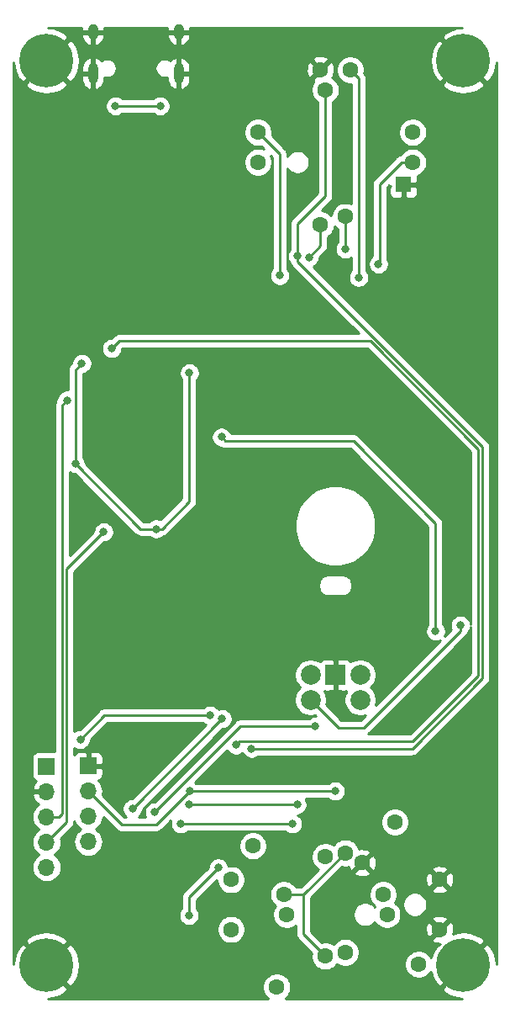
<source format=gbl>
G04 #@! TF.GenerationSoftware,KiCad,Pcbnew,(5.1.2)-1*
G04 #@! TF.CreationDate,2019-06-30T01:41:10-07:00*
G04 #@! TF.ProjectId,joy,6a6f792e-6b69-4636-9164-5f7063625858,rev?*
G04 #@! TF.SameCoordinates,Original*
G04 #@! TF.FileFunction,Copper,L2,Bot*
G04 #@! TF.FilePolarity,Positive*
%FSLAX46Y46*%
G04 Gerber Fmt 4.6, Leading zero omitted, Abs format (unit mm)*
G04 Created by KiCad (PCBNEW (5.1.2)-1) date 2019-06-30 01:41:10*
%MOMM*%
%LPD*%
G04 APERTURE LIST*
%ADD10O,1.000000X1.600000*%
%ADD11O,1.000000X2.100000*%
%ADD12R,2.000000X2.000000*%
%ADD13C,2.000000*%
%ADD14R,1.700000X1.700000*%
%ADD15O,1.700000X1.700000*%
%ADD16C,1.600000*%
%ADD17R,1.600000X1.600000*%
%ADD18C,0.800000*%
%ADD19C,5.400000*%
%ADD20C,0.600000*%
%ADD21C,0.254000*%
G04 APERTURE END LIST*
D10*
X8680000Y-1100000D03*
X17320000Y-1100000D03*
D11*
X8680000Y-5280000D03*
X17320000Y-5280000D03*
D12*
X33100000Y-65800000D03*
D13*
X30600000Y-65800000D03*
X35600000Y-65800000D03*
X35600000Y-68300000D03*
X30600000Y-68300000D03*
D14*
X8200000Y-74950000D03*
D15*
X8200000Y-77490000D03*
X8200000Y-80030000D03*
X8200000Y-82570000D03*
D16*
X43600000Y-86400000D03*
X43600000Y-91400000D03*
X22600000Y-86400000D03*
X22600000Y-91400000D03*
X34100000Y-83700000D03*
X32100000Y-84100000D03*
X34100000Y-93700000D03*
X37900000Y-87900000D03*
X38300000Y-89900000D03*
X28200000Y-89900000D03*
X27900000Y-87900000D03*
X32100000Y-94100000D03*
X35800000Y-84700000D03*
X41500000Y-94900000D03*
X24800000Y-83000000D03*
X27200000Y-97200000D03*
X39100000Y-80600000D03*
X25300000Y-11200000D03*
X25300000Y-14200000D03*
X40900000Y-11200000D03*
X40900000Y-14200000D03*
D17*
X39960000Y-16450000D03*
D16*
X31600000Y-4900000D03*
X34600000Y-4900000D03*
X31600000Y-20500000D03*
X34100000Y-19680000D03*
X32100000Y-6920000D03*
D18*
X5431891Y-2568109D03*
X4000000Y-1975000D03*
X2568109Y-2568109D03*
X1975000Y-4000000D03*
X2568109Y-5431891D03*
X4000000Y-6025000D03*
X5431891Y-5431891D03*
X6025000Y-4000000D03*
D19*
X4000000Y-4000000D03*
X46000000Y-4000000D03*
D18*
X48025000Y-4000000D03*
X47431891Y-5431891D03*
X46000000Y-6025000D03*
X44568109Y-5431891D03*
X43975000Y-4000000D03*
X44568109Y-2568109D03*
X46000000Y-1975000D03*
X47431891Y-2568109D03*
X5431891Y-93568109D03*
X4000000Y-92975000D03*
X2568109Y-93568109D03*
X1975000Y-95000000D03*
X2568109Y-96431891D03*
X4000000Y-97025000D03*
X5431891Y-96431891D03*
X6025000Y-95000000D03*
D19*
X4000000Y-95000000D03*
X46000000Y-95000000D03*
D18*
X48025000Y-95000000D03*
X47431891Y-96431891D03*
X46000000Y-97025000D03*
X44568109Y-96431891D03*
X43975000Y-95000000D03*
X44568109Y-93568109D03*
X46000000Y-92975000D03*
X47431891Y-93568109D03*
D14*
X4000000Y-75000000D03*
D15*
X4000000Y-77540000D03*
X4000000Y-80080000D03*
X4000000Y-82620000D03*
X4000000Y-85160000D03*
D18*
X7550000Y-34450000D03*
X6900000Y-44550000D03*
X15050000Y-51100000D03*
X18400000Y-35400000D03*
X10450000Y-60100000D03*
X10500000Y-62100000D03*
X10500000Y-64400000D03*
X10500000Y-66750000D03*
X16400000Y-59800000D03*
X16250000Y-61700000D03*
X16300000Y-63850000D03*
X16200000Y-66700000D03*
X16350000Y-72150000D03*
X13150000Y-72000000D03*
X15450000Y-74200000D03*
X12200000Y-77050000D03*
X10550000Y-75450000D03*
X3900000Y-66900000D03*
X3900000Y-64800000D03*
X3950000Y-62250000D03*
X3900000Y-59950000D03*
X21950000Y-65350000D03*
X21650000Y-60050000D03*
X44200000Y-65000000D03*
X42550000Y-66750000D03*
X40600000Y-70250000D03*
X38250000Y-71450000D03*
X42950000Y-74050000D03*
X45350000Y-71550000D03*
X47800000Y-69000000D03*
X40850000Y-62700000D03*
X38500000Y-60350000D03*
X35750000Y-61600000D03*
X32150000Y-61600000D03*
D20*
X1944245Y-7885872D03*
X1759991Y-11578872D03*
X1607028Y-15292322D03*
X1892768Y-18959065D03*
X1776287Y-22639265D03*
X1610345Y-26175289D03*
X1696444Y-29726801D03*
X1586514Y-33271778D03*
X1945654Y-37019375D03*
X1785754Y-40670980D03*
X1999893Y-85412081D03*
X1714638Y-88990493D03*
X3546069Y-9762737D03*
X3599103Y-13488961D03*
X3483314Y-17176551D03*
X3739492Y-20517651D03*
X3375270Y-45675490D03*
X3458319Y-49561137D03*
X3569289Y-53119488D03*
X3738514Y-56847867D03*
X3678085Y-69184572D03*
X3435386Y-90997907D03*
X4290305Y-25044525D03*
X4419627Y-32230086D03*
X4425208Y-35868637D03*
X4436894Y-88188836D03*
X5347708Y-11880076D03*
X5453834Y-15289459D03*
X5559680Y-18875486D03*
X5533949Y-28711221D03*
X6456588Y-21627919D03*
X6459200Y-85272102D03*
X6280516Y-89949960D03*
X7332900Y-24246113D03*
X7032729Y-46896161D03*
X8205674Y-19653358D03*
X8140879Y-27725655D03*
X8068864Y-87385167D03*
X8225223Y-91603836D03*
X7852378Y-97380466D03*
X8932241Y-94326074D03*
X9868423Y-25046118D03*
X9940131Y-39549587D03*
X9923595Y-55757099D03*
X9866597Y-85398298D03*
X9982631Y-88890971D03*
X10562208Y-1692256D03*
X10924721Y-68568487D03*
X10851779Y-92867651D03*
X10766250Y-96414889D03*
X11693594Y-83832625D03*
X11491105Y-87377265D03*
X12780091Y-3682682D03*
X12754224Y-24388491D03*
X12387295Y-27682070D03*
X12794491Y-40544883D03*
X12405996Y-53184911D03*
X12651902Y-56657013D03*
X12794644Y-60098533D03*
X12599064Y-63692523D03*
X12540264Y-90025022D03*
X12394592Y-94577724D03*
X13280902Y-15307454D03*
X13643819Y-18745996D03*
X13536966Y-66588615D03*
X13670361Y-73677755D03*
X13428360Y-85684008D03*
X13360459Y-96969393D03*
X14476213Y-1860287D03*
X14575775Y-42092782D03*
X14343936Y-62051454D03*
X14386333Y-82737623D03*
X14316464Y-88387486D03*
X14191759Y-91783051D03*
X15129783Y-55610391D03*
X15209433Y-68549346D03*
X15080656Y-95374925D03*
X15959158Y-13438285D03*
X16363386Y-16879205D03*
X16000158Y-20890692D03*
X16269817Y-24189617D03*
X16182356Y-86217837D03*
X16330660Y-89820391D03*
X17293097Y-97313779D03*
X18150079Y-7852480D03*
X17953342Y-15358773D03*
X17846870Y-19018567D03*
X18119459Y-22659519D03*
X18772568Y-4665232D03*
X18944138Y-95569271D03*
X19804840Y-1956580D03*
X19604050Y-9807126D03*
X19868850Y-13425875D03*
X19986392Y-20749309D03*
X19711122Y-29854706D03*
X20480245Y-6428667D03*
X20816362Y-88859909D03*
X20787368Y-93420893D03*
X20871317Y-97305884D03*
X21576952Y-3472812D03*
X21550505Y-11528971D03*
X21715952Y-15128389D03*
X21559425Y-27798028D03*
X21466673Y-44220352D03*
X21598961Y-47734190D03*
X21550484Y-51433097D03*
X21784200Y-55022618D03*
X22278174Y-8098876D03*
X22281549Y-17850376D03*
X22608527Y-30432426D03*
X22283242Y-57474175D03*
X22396742Y-75718076D03*
X22457736Y-95505823D03*
X23378911Y-1578690D03*
X23325835Y-5440354D03*
X23461097Y-26132299D03*
X23184643Y-33457889D03*
X23453087Y-45885598D03*
X23594555Y-49543919D03*
X23244684Y-52882898D03*
X23346449Y-60139575D03*
X23263873Y-67524527D03*
X24261496Y-28594665D03*
X24401254Y-38882151D03*
X24055013Y-55635410D03*
X24278064Y-88991379D03*
X24292517Y-93770947D03*
X24215394Y-97228428D03*
X25377826Y-3474147D03*
X25090307Y-7350721D03*
X25117314Y-44080424D03*
X25237025Y-47776591D03*
X25053081Y-51319529D03*
X25238905Y-58322227D03*
X25305546Y-61936723D03*
X25118123Y-69195091D03*
X25208368Y-76463722D03*
X25909589Y-17182293D03*
X25929498Y-30599974D03*
X25940123Y-36736281D03*
X26130893Y-54063767D03*
X26213709Y-66613927D03*
X26005187Y-91852543D03*
X26853168Y-1592588D03*
X27063800Y-5435225D03*
X27135115Y-9123712D03*
X26769172Y-45709780D03*
X27128037Y-49438616D03*
X26975568Y-56796546D03*
X26897574Y-60126509D03*
X26849559Y-84669185D03*
X27042500Y-94325941D03*
X27888710Y-11865032D03*
X27822450Y-34989512D03*
X28095854Y-38813054D03*
X28057639Y-52332250D03*
X27804266Y-68548693D03*
X28644195Y-3656440D03*
X28923545Y-7119395D03*
X28812053Y-16184077D03*
X28829673Y-27976746D03*
X28961824Y-44067148D03*
X28662507Y-47809410D03*
X28788055Y-54992607D03*
X28958886Y-58599652D03*
X28895577Y-61910162D03*
X28696110Y-92669521D03*
X29511425Y-9889901D03*
X29719147Y-30663635D03*
X29794418Y-36959759D03*
X29811919Y-95413650D03*
X30542195Y-1847857D03*
X30549228Y-33099329D03*
X30671067Y-45934955D03*
X30748738Y-56742728D03*
X31369082Y-28645389D03*
X31605388Y-38694817D03*
X31369970Y-59495230D03*
X31694976Y-74645912D03*
X31357817Y-89114390D03*
X31257637Y-97119971D03*
X32421252Y-35141957D03*
X32512366Y-44223769D03*
X32269780Y-91941534D03*
X33222164Y-2574146D03*
X33242600Y-9787476D03*
X33146984Y-13531033D03*
X33491140Y-16951430D03*
X33172268Y-30759403D03*
X34211899Y-33309111D03*
X34367916Y-36751563D03*
X34018037Y-45947010D03*
X34186234Y-75706621D03*
X33992073Y-86530255D03*
X34028087Y-96273462D03*
X35058654Y-27758192D03*
X35098876Y-59233716D03*
X35933678Y-1644530D03*
X35904858Y-35141755D03*
X35843062Y-38661879D03*
X35880300Y-55808974D03*
X35964720Y-77232351D03*
X36110505Y-91973731D03*
X37051830Y-4477250D03*
X36710966Y-8121270D03*
X36813518Y-11575443D03*
X36964652Y-29891429D03*
X37007969Y-74468060D03*
X36935357Y-94576072D03*
X37833492Y-26843616D03*
X37717861Y-36738949D03*
X37630534Y-40344451D03*
X37944228Y-48567075D03*
X37566393Y-53148835D03*
X37599628Y-57705051D03*
X37867464Y-97063163D03*
X38899623Y-2545440D03*
X38673730Y-6209901D03*
X38710988Y-10099778D03*
X38519082Y-18904716D03*
X38499886Y-31269442D03*
X38518304Y-76361856D03*
X38746615Y-92886083D03*
X39379654Y-23331604D03*
X39450541Y-28716126D03*
X39521774Y-38803278D03*
X39502953Y-42085736D03*
X39355565Y-50291976D03*
X39786072Y-54815321D03*
X40369708Y-4558927D03*
X40640098Y-8079572D03*
X40686122Y-25905725D03*
X40280115Y-33110322D03*
X40250575Y-58433359D03*
X40584444Y-74483212D03*
X40589396Y-78090839D03*
X40563906Y-82866339D03*
X41203341Y-1702939D03*
X41350365Y-21748759D03*
X41152864Y-30623722D03*
X41419586Y-40558089D03*
X41278714Y-43942286D03*
X41536501Y-86336264D03*
X41267666Y-91005324D03*
X41358514Y-97243182D03*
X42483707Y-24328668D03*
X42311333Y-27972015D03*
X42055420Y-34985360D03*
X42355864Y-76637574D03*
X42082084Y-79879894D03*
X43190719Y-8896006D03*
X43369983Y-12765392D03*
X43137020Y-19928537D03*
X43184884Y-32505285D03*
X43322149Y-42201605D03*
X43036445Y-45669488D03*
X43107080Y-83585093D03*
X43082476Y-89035106D03*
X44232648Y-22525502D03*
X44078697Y-26150197D03*
X44020914Y-29581728D03*
X44170011Y-37056934D03*
X43968187Y-78457820D03*
X45030785Y-18026360D03*
X45079857Y-34379031D03*
X44920041Y-44263467D03*
X45042182Y-47868396D03*
X44932894Y-73671652D03*
X45026361Y-80910470D03*
X45727723Y-20823645D03*
X46090728Y-24112770D03*
X46017324Y-27969583D03*
X45789196Y-31384821D03*
X45903145Y-38896735D03*
X45973032Y-76695642D03*
X46078309Y-84727903D03*
X45805197Y-88106223D03*
X46813950Y-8808382D03*
X46880012Y-16317426D03*
X46762103Y-36160083D03*
X46579828Y-78971050D03*
X47744991Y-11779452D03*
X47488649Y-18672141D03*
X47714670Y-22653222D03*
X47791073Y-25958925D03*
X47705449Y-29530901D03*
X47452832Y-33122399D03*
X47863241Y-40293622D03*
X47640528Y-71210303D03*
X47862831Y-74746697D03*
X47851016Y-81943453D03*
X47640907Y-86466713D03*
X47789590Y-89813204D03*
D18*
X21300000Y-85200000D03*
X18350000Y-90000000D03*
X31100000Y-70950000D03*
X14900000Y-79600000D03*
X45700000Y-60800000D03*
X18350000Y-78850000D03*
X29250000Y-78850000D03*
X17512078Y-80787922D03*
X28787922Y-80787922D03*
X18410000Y-77490000D03*
X33090000Y-77490000D03*
X29300000Y-23660400D03*
X24650000Y-73200000D03*
X21700000Y-70200000D03*
X12650000Y-79250000D03*
X34100000Y-22930200D03*
X30450000Y-23750000D03*
X35450000Y-25800000D03*
X37450000Y-24450000D03*
X27500000Y-25600000D03*
X9750000Y-51400000D03*
X21633670Y-41866330D03*
X43200000Y-61400000D03*
X10950000Y-8550000D03*
X15450000Y-8550000D03*
X10550000Y-32950000D03*
X23100000Y-72850000D03*
X20500000Y-69850000D03*
X7400000Y-72300000D03*
X6050000Y-38150000D03*
D21*
X7550000Y-34450000D02*
X6900000Y-35100000D01*
X6900000Y-35100000D02*
X6900000Y-44550000D01*
X6900000Y-44550000D02*
X13450000Y-51100000D01*
X13450000Y-51100000D02*
X15050000Y-51100000D01*
X15615685Y-51100000D02*
X18400000Y-48315685D01*
X15050000Y-51100000D02*
X15615685Y-51100000D01*
X18400000Y-48315685D02*
X18400000Y-35400000D01*
X21300000Y-85200000D02*
X18350000Y-88150000D01*
X18350000Y-88150000D02*
X18350000Y-90000000D01*
X31100000Y-70950000D02*
X23550000Y-70950000D01*
X23550000Y-70950000D02*
X14900000Y-79600000D01*
X45700000Y-61365685D02*
X35965685Y-71100000D01*
X45700000Y-60800000D02*
X45700000Y-61365685D01*
X33400000Y-71100000D02*
X30600000Y-68300000D01*
X35965685Y-71100000D02*
X33400000Y-71100000D01*
X29900000Y-87900000D02*
X34100000Y-83700000D01*
X27900000Y-87900000D02*
X29900000Y-87900000D01*
X29900000Y-91900000D02*
X32100000Y-94100000D01*
X29900000Y-87900000D02*
X29900000Y-91900000D01*
X18350000Y-78850000D02*
X29250000Y-78850000D01*
X17512078Y-80787922D02*
X28787922Y-80787922D01*
X18410000Y-77490000D02*
X33090000Y-77490000D01*
X18410000Y-77490000D02*
X15050000Y-80850000D01*
X11560000Y-80850000D02*
X8200000Y-77490000D01*
X15050000Y-80850000D02*
X11560000Y-80850000D01*
X32100000Y-6920000D02*
X32100000Y-17600000D01*
X32100000Y-17600000D02*
X29300000Y-20400000D01*
X29300000Y-20400000D02*
X29300000Y-23660400D01*
X29300000Y-24226085D02*
X47950000Y-42876085D01*
X29300000Y-23660400D02*
X29300000Y-24226085D01*
X47950000Y-42876085D02*
X47950000Y-66100000D01*
X47950000Y-66100000D02*
X40850000Y-73200000D01*
X40850000Y-73200000D02*
X24650000Y-73200000D01*
X21700000Y-70200000D02*
X12650000Y-79250000D01*
X34100000Y-22930200D02*
X34100000Y-19680000D01*
X31600000Y-22600000D02*
X31600000Y-20500000D01*
X30450000Y-23750000D02*
X31600000Y-22600000D01*
X35449999Y-25799999D02*
X35450000Y-25800000D01*
X34600000Y-4900000D02*
X35449999Y-5749999D01*
X35449999Y-5749999D02*
X35449999Y-25799999D01*
X39768630Y-14200000D02*
X37550000Y-16418630D01*
X40900000Y-14200000D02*
X39768630Y-14200000D01*
X37550000Y-16418630D02*
X37550000Y-24350000D01*
X37550000Y-24350000D02*
X37450000Y-24450000D01*
X27500000Y-13400000D02*
X25300000Y-11200000D01*
X27500000Y-25600000D02*
X27500000Y-13400000D01*
X6023250Y-80596750D02*
X6023250Y-79905422D01*
X4000000Y-82620000D02*
X6023250Y-80596750D01*
X6023250Y-79905422D02*
X6023250Y-55126750D01*
X6023250Y-55126750D02*
X9750000Y-51400000D01*
X22033669Y-42266329D02*
X34916329Y-42266329D01*
X21633670Y-41866330D02*
X22033669Y-42266329D01*
X34916329Y-42266329D02*
X43200000Y-50550000D01*
X43200000Y-50550000D02*
X43200000Y-61400000D01*
X10950000Y-8550000D02*
X15450000Y-8550000D01*
X10550000Y-32950000D02*
X11300000Y-32200000D01*
X11300000Y-32200000D02*
X36627323Y-32200000D01*
X36627323Y-32200000D02*
X47492790Y-43065467D01*
X40900000Y-72500000D02*
X40900000Y-72503408D01*
X47492790Y-43065467D02*
X47492790Y-65907210D01*
X47492790Y-65907210D02*
X40900000Y-72500000D01*
X40866391Y-72469799D02*
X23480201Y-72469799D01*
X40900000Y-72503408D02*
X40866391Y-72469799D01*
X23480201Y-72469799D02*
X23100000Y-72850000D01*
X20500000Y-69850000D02*
X9850000Y-69850000D01*
X9850000Y-69850000D02*
X7400000Y-72300000D01*
X4000000Y-80080000D02*
X5202081Y-80080000D01*
X5566040Y-38633960D02*
X6050000Y-38150000D01*
X5566040Y-79716040D02*
X5566040Y-38633960D01*
X5202081Y-80080000D02*
X5566040Y-79716040D01*
G36*
X7545000Y-673000D02*
G01*
X7545000Y-973000D01*
X8553000Y-973000D01*
X8553000Y-953000D01*
X8807000Y-953000D01*
X8807000Y-973000D01*
X9815000Y-973000D01*
X9815000Y-673000D01*
X9812235Y-660000D01*
X16187765Y-660000D01*
X16185000Y-673000D01*
X16185000Y-973000D01*
X17193000Y-973000D01*
X17193000Y-953000D01*
X17447000Y-953000D01*
X17447000Y-973000D01*
X18455000Y-973000D01*
X18455000Y-673000D01*
X18452235Y-660000D01*
X45889922Y-660000D01*
X45350707Y-712366D01*
X44721797Y-902208D01*
X44142008Y-1211096D01*
X44134411Y-1216172D01*
X43834231Y-1654626D01*
X46000000Y-3820395D01*
X46014143Y-3806253D01*
X46193748Y-3985858D01*
X46179605Y-4000000D01*
X48345374Y-6165769D01*
X48783828Y-5865589D01*
X49094296Y-5286644D01*
X49285852Y-4658254D01*
X49340000Y-4116057D01*
X49340001Y-94889932D01*
X49287634Y-94350707D01*
X49097792Y-93721797D01*
X48788904Y-93142008D01*
X48783828Y-93134411D01*
X48345374Y-92834231D01*
X46179605Y-95000000D01*
X46193748Y-95014143D01*
X46014143Y-95193748D01*
X46000000Y-95179605D01*
X43834231Y-97345374D01*
X44134411Y-97783828D01*
X44713356Y-98094296D01*
X45341746Y-98285852D01*
X45883943Y-98340000D01*
X28076801Y-98340000D01*
X28114759Y-98314637D01*
X28314637Y-98114759D01*
X28471680Y-97879727D01*
X28579853Y-97618574D01*
X28635000Y-97341335D01*
X28635000Y-97058665D01*
X28579853Y-96781426D01*
X28471680Y-96520273D01*
X28314637Y-96285241D01*
X28114759Y-96085363D01*
X27879727Y-95928320D01*
X27618574Y-95820147D01*
X27341335Y-95765000D01*
X27058665Y-95765000D01*
X26781426Y-95820147D01*
X26520273Y-95928320D01*
X26285241Y-96085363D01*
X26085363Y-96285241D01*
X25928320Y-96520273D01*
X25820147Y-96781426D01*
X25765000Y-97058665D01*
X25765000Y-97341335D01*
X25820147Y-97618574D01*
X25928320Y-97879727D01*
X26085363Y-98114759D01*
X26285241Y-98314637D01*
X26323199Y-98340000D01*
X4110078Y-98340000D01*
X4649293Y-98287634D01*
X5278203Y-98097792D01*
X5857992Y-97788904D01*
X5865589Y-97783828D01*
X6165769Y-97345374D01*
X4000000Y-95179605D01*
X3985858Y-95193748D01*
X3806253Y-95014143D01*
X3820395Y-95000000D01*
X4179605Y-95000000D01*
X6345374Y-97165769D01*
X6783828Y-96865589D01*
X7094296Y-96286644D01*
X7285852Y-95658254D01*
X7351134Y-95004569D01*
X7287634Y-94350707D01*
X7097792Y-93721797D01*
X6788904Y-93142008D01*
X6783828Y-93134411D01*
X6345374Y-92834231D01*
X4179605Y-95000000D01*
X3820395Y-95000000D01*
X1654626Y-92834231D01*
X1216172Y-93134411D01*
X905704Y-93713356D01*
X714148Y-94341746D01*
X660000Y-94883943D01*
X660000Y-92654626D01*
X1834231Y-92654626D01*
X4000000Y-94820395D01*
X6165769Y-92654626D01*
X5865589Y-92216172D01*
X5286644Y-91905704D01*
X4658254Y-91714148D01*
X4004569Y-91648866D01*
X3350707Y-91712366D01*
X2721797Y-91902208D01*
X2142008Y-92211096D01*
X2134411Y-92216172D01*
X1834231Y-92654626D01*
X660000Y-92654626D01*
X660000Y-91258665D01*
X21165000Y-91258665D01*
X21165000Y-91541335D01*
X21220147Y-91818574D01*
X21328320Y-92079727D01*
X21485363Y-92314759D01*
X21685241Y-92514637D01*
X21920273Y-92671680D01*
X22181426Y-92779853D01*
X22458665Y-92835000D01*
X22741335Y-92835000D01*
X23018574Y-92779853D01*
X23279727Y-92671680D01*
X23514759Y-92514637D01*
X23714637Y-92314759D01*
X23871680Y-92079727D01*
X23979853Y-91818574D01*
X24035000Y-91541335D01*
X24035000Y-91258665D01*
X23979853Y-90981426D01*
X23871680Y-90720273D01*
X23714637Y-90485241D01*
X23514759Y-90285363D01*
X23279727Y-90128320D01*
X23018574Y-90020147D01*
X22741335Y-89965000D01*
X22458665Y-89965000D01*
X22181426Y-90020147D01*
X21920273Y-90128320D01*
X21685241Y-90285363D01*
X21485363Y-90485241D01*
X21328320Y-90720273D01*
X21220147Y-90981426D01*
X21165000Y-91258665D01*
X660000Y-91258665D01*
X660000Y-89898061D01*
X17315000Y-89898061D01*
X17315000Y-90101939D01*
X17354774Y-90301898D01*
X17432795Y-90490256D01*
X17546063Y-90659774D01*
X17690226Y-90803937D01*
X17859744Y-90917205D01*
X18048102Y-90995226D01*
X18248061Y-91035000D01*
X18451939Y-91035000D01*
X18651898Y-90995226D01*
X18840256Y-90917205D01*
X19009774Y-90803937D01*
X19153937Y-90659774D01*
X19267205Y-90490256D01*
X19345226Y-90301898D01*
X19385000Y-90101939D01*
X19385000Y-89898061D01*
X19345226Y-89698102D01*
X19267205Y-89509744D01*
X19153937Y-89340226D01*
X19112000Y-89298289D01*
X19112000Y-88465630D01*
X21165000Y-86412631D01*
X21165000Y-86541335D01*
X21220147Y-86818574D01*
X21328320Y-87079727D01*
X21485363Y-87314759D01*
X21685241Y-87514637D01*
X21920273Y-87671680D01*
X22181426Y-87779853D01*
X22458665Y-87835000D01*
X22741335Y-87835000D01*
X23018574Y-87779853D01*
X23069726Y-87758665D01*
X26465000Y-87758665D01*
X26465000Y-88041335D01*
X26520147Y-88318574D01*
X26628320Y-88579727D01*
X26785363Y-88814759D01*
X26985241Y-89014637D01*
X27040880Y-89051814D01*
X26928320Y-89220273D01*
X26820147Y-89481426D01*
X26765000Y-89758665D01*
X26765000Y-90041335D01*
X26820147Y-90318574D01*
X26928320Y-90579727D01*
X27085363Y-90814759D01*
X27285241Y-91014637D01*
X27520273Y-91171680D01*
X27781426Y-91279853D01*
X28058665Y-91335000D01*
X28341335Y-91335000D01*
X28618574Y-91279853D01*
X28879727Y-91171680D01*
X29114759Y-91014637D01*
X29138001Y-90991395D01*
X29138001Y-91862567D01*
X29134314Y-91900000D01*
X29149027Y-92049378D01*
X29192599Y-92193015D01*
X29263355Y-92325392D01*
X29334721Y-92412351D01*
X29358579Y-92441422D01*
X29387649Y-92465279D01*
X30700843Y-93778473D01*
X30665000Y-93958665D01*
X30665000Y-94241335D01*
X30720147Y-94518574D01*
X30828320Y-94779727D01*
X30985363Y-95014759D01*
X31185241Y-95214637D01*
X31420273Y-95371680D01*
X31681426Y-95479853D01*
X31958665Y-95535000D01*
X32241335Y-95535000D01*
X32518574Y-95479853D01*
X32779727Y-95371680D01*
X33014759Y-95214637D01*
X33214637Y-95014759D01*
X33298008Y-94889985D01*
X33420273Y-94971680D01*
X33681426Y-95079853D01*
X33958665Y-95135000D01*
X34241335Y-95135000D01*
X34518574Y-95079853D01*
X34779727Y-94971680D01*
X35014759Y-94814637D01*
X35070731Y-94758665D01*
X40065000Y-94758665D01*
X40065000Y-95041335D01*
X40120147Y-95318574D01*
X40228320Y-95579727D01*
X40385363Y-95814759D01*
X40585241Y-96014637D01*
X40820273Y-96171680D01*
X41081426Y-96279853D01*
X41358665Y-96335000D01*
X41641335Y-96335000D01*
X41918574Y-96279853D01*
X42179727Y-96171680D01*
X42414759Y-96014637D01*
X42614637Y-95814759D01*
X42716359Y-95662521D01*
X42902208Y-96278203D01*
X43211096Y-96857992D01*
X43216172Y-96865589D01*
X43654626Y-97165769D01*
X45820395Y-95000000D01*
X45806253Y-94985858D01*
X45985858Y-94806253D01*
X46000000Y-94820395D01*
X48165769Y-92654626D01*
X47865589Y-92216172D01*
X47286644Y-91905704D01*
X46658254Y-91714148D01*
X46004569Y-91648866D01*
X45350707Y-91712366D01*
X44972477Y-91826538D01*
X45026300Y-91611816D01*
X45040217Y-91329488D01*
X44998787Y-91049870D01*
X44903603Y-90783708D01*
X44836671Y-90658486D01*
X44592702Y-90586903D01*
X43779605Y-91400000D01*
X43793748Y-91414143D01*
X43614143Y-91593748D01*
X43600000Y-91579605D01*
X42786903Y-92392702D01*
X42858486Y-92636671D01*
X43113996Y-92757571D01*
X43388184Y-92826300D01*
X43647537Y-92839084D01*
X43216172Y-93134411D01*
X42905704Y-93713356D01*
X42757601Y-94199202D01*
X42614637Y-93985241D01*
X42414759Y-93785363D01*
X42179727Y-93628320D01*
X41918574Y-93520147D01*
X41641335Y-93465000D01*
X41358665Y-93465000D01*
X41081426Y-93520147D01*
X40820273Y-93628320D01*
X40585241Y-93785363D01*
X40385363Y-93985241D01*
X40228320Y-94220273D01*
X40120147Y-94481426D01*
X40065000Y-94758665D01*
X35070731Y-94758665D01*
X35214637Y-94614759D01*
X35371680Y-94379727D01*
X35479853Y-94118574D01*
X35535000Y-93841335D01*
X35535000Y-93558665D01*
X35479853Y-93281426D01*
X35371680Y-93020273D01*
X35214637Y-92785241D01*
X35014759Y-92585363D01*
X34779727Y-92428320D01*
X34518574Y-92320147D01*
X34241335Y-92265000D01*
X33958665Y-92265000D01*
X33681426Y-92320147D01*
X33420273Y-92428320D01*
X33185241Y-92585363D01*
X32985363Y-92785241D01*
X32901992Y-92910015D01*
X32779727Y-92828320D01*
X32518574Y-92720147D01*
X32241335Y-92665000D01*
X31958665Y-92665000D01*
X31778473Y-92700843D01*
X30662000Y-91584370D01*
X30662000Y-91470512D01*
X42159783Y-91470512D01*
X42201213Y-91750130D01*
X42296397Y-92016292D01*
X42363329Y-92141514D01*
X42607298Y-92213097D01*
X43420395Y-91400000D01*
X42607298Y-90586903D01*
X42363329Y-90658486D01*
X42242429Y-90913996D01*
X42173700Y-91188184D01*
X42159783Y-91470512D01*
X30662000Y-91470512D01*
X30662000Y-89778363D01*
X34865000Y-89778363D01*
X34865000Y-90021637D01*
X34912460Y-90260236D01*
X35005557Y-90484992D01*
X35140713Y-90687267D01*
X35312733Y-90859287D01*
X35515008Y-90994443D01*
X35739764Y-91087540D01*
X35978363Y-91135000D01*
X36221637Y-91135000D01*
X36460236Y-91087540D01*
X36684992Y-90994443D01*
X36887267Y-90859287D01*
X37059287Y-90687267D01*
X37079731Y-90656670D01*
X37185363Y-90814759D01*
X37385241Y-91014637D01*
X37620273Y-91171680D01*
X37881426Y-91279853D01*
X38158665Y-91335000D01*
X38441335Y-91335000D01*
X38718574Y-91279853D01*
X38979727Y-91171680D01*
X39214759Y-91014637D01*
X39414637Y-90814759D01*
X39571680Y-90579727D01*
X39643102Y-90407298D01*
X42786903Y-90407298D01*
X43600000Y-91220395D01*
X44413097Y-90407298D01*
X44341514Y-90163329D01*
X44086004Y-90042429D01*
X43811816Y-89973700D01*
X43529488Y-89959783D01*
X43249870Y-90001213D01*
X42983708Y-90096397D01*
X42858486Y-90163329D01*
X42786903Y-90407298D01*
X39643102Y-90407298D01*
X39679853Y-90318574D01*
X39735000Y-90041335D01*
X39735000Y-89758665D01*
X39679853Y-89481426D01*
X39571680Y-89220273D01*
X39414637Y-88985241D01*
X39214759Y-88785363D01*
X39204283Y-88778363D01*
X39865000Y-88778363D01*
X39865000Y-89021637D01*
X39912460Y-89260236D01*
X40005557Y-89484992D01*
X40140713Y-89687267D01*
X40312733Y-89859287D01*
X40515008Y-89994443D01*
X40739764Y-90087540D01*
X40978363Y-90135000D01*
X41221637Y-90135000D01*
X41460236Y-90087540D01*
X41684992Y-89994443D01*
X41887267Y-89859287D01*
X42059287Y-89687267D01*
X42194443Y-89484992D01*
X42287540Y-89260236D01*
X42335000Y-89021637D01*
X42335000Y-88778363D01*
X42287540Y-88539764D01*
X42194443Y-88315008D01*
X42059287Y-88112733D01*
X41887267Y-87940713D01*
X41684992Y-87805557D01*
X41460236Y-87712460D01*
X41221637Y-87665000D01*
X40978363Y-87665000D01*
X40739764Y-87712460D01*
X40515008Y-87805557D01*
X40312733Y-87940713D01*
X40140713Y-88112733D01*
X40005557Y-88315008D01*
X39912460Y-88539764D01*
X39865000Y-88778363D01*
X39204283Y-88778363D01*
X39089985Y-88701992D01*
X39171680Y-88579727D01*
X39279853Y-88318574D01*
X39335000Y-88041335D01*
X39335000Y-87758665D01*
X39279853Y-87481426D01*
X39243103Y-87392702D01*
X42786903Y-87392702D01*
X42858486Y-87636671D01*
X43113996Y-87757571D01*
X43388184Y-87826300D01*
X43670512Y-87840217D01*
X43950130Y-87798787D01*
X44216292Y-87703603D01*
X44341514Y-87636671D01*
X44413097Y-87392702D01*
X43600000Y-86579605D01*
X42786903Y-87392702D01*
X39243103Y-87392702D01*
X39171680Y-87220273D01*
X39014637Y-86985241D01*
X38814759Y-86785363D01*
X38579727Y-86628320D01*
X38318574Y-86520147D01*
X38069046Y-86470512D01*
X42159783Y-86470512D01*
X42201213Y-86750130D01*
X42296397Y-87016292D01*
X42363329Y-87141514D01*
X42607298Y-87213097D01*
X43420395Y-86400000D01*
X43779605Y-86400000D01*
X44592702Y-87213097D01*
X44836671Y-87141514D01*
X44957571Y-86886004D01*
X45026300Y-86611816D01*
X45040217Y-86329488D01*
X44998787Y-86049870D01*
X44903603Y-85783708D01*
X44836671Y-85658486D01*
X44592702Y-85586903D01*
X43779605Y-86400000D01*
X43420395Y-86400000D01*
X42607298Y-85586903D01*
X42363329Y-85658486D01*
X42242429Y-85913996D01*
X42173700Y-86188184D01*
X42159783Y-86470512D01*
X38069046Y-86470512D01*
X38041335Y-86465000D01*
X37758665Y-86465000D01*
X37481426Y-86520147D01*
X37220273Y-86628320D01*
X36985241Y-86785363D01*
X36785363Y-86985241D01*
X36628320Y-87220273D01*
X36520147Y-87481426D01*
X36465000Y-87758665D01*
X36465000Y-88041335D01*
X36520147Y-88318574D01*
X36628320Y-88579727D01*
X36785363Y-88814759D01*
X36985241Y-89014637D01*
X37110015Y-89098008D01*
X37079731Y-89143330D01*
X37059287Y-89112733D01*
X36887267Y-88940713D01*
X36684992Y-88805557D01*
X36460236Y-88712460D01*
X36221637Y-88665000D01*
X35978363Y-88665000D01*
X35739764Y-88712460D01*
X35515008Y-88805557D01*
X35312733Y-88940713D01*
X35140713Y-89112733D01*
X35005557Y-89315008D01*
X34912460Y-89539764D01*
X34865000Y-89778363D01*
X30662000Y-89778363D01*
X30662000Y-88215630D01*
X33184928Y-85692702D01*
X34986903Y-85692702D01*
X35058486Y-85936671D01*
X35313996Y-86057571D01*
X35588184Y-86126300D01*
X35870512Y-86140217D01*
X36150130Y-86098787D01*
X36416292Y-86003603D01*
X36541514Y-85936671D01*
X36613097Y-85692702D01*
X35800000Y-84879605D01*
X34986903Y-85692702D01*
X33184928Y-85692702D01*
X33778474Y-85099157D01*
X33958665Y-85135000D01*
X34241335Y-85135000D01*
X34418931Y-85099674D01*
X34496397Y-85316292D01*
X34563329Y-85441514D01*
X34807298Y-85513097D01*
X35620395Y-84700000D01*
X35979605Y-84700000D01*
X36792702Y-85513097D01*
X37036671Y-85441514D01*
X37052861Y-85407298D01*
X42786903Y-85407298D01*
X43600000Y-86220395D01*
X44413097Y-85407298D01*
X44341514Y-85163329D01*
X44086004Y-85042429D01*
X43811816Y-84973700D01*
X43529488Y-84959783D01*
X43249870Y-85001213D01*
X42983708Y-85096397D01*
X42858486Y-85163329D01*
X42786903Y-85407298D01*
X37052861Y-85407298D01*
X37157571Y-85186004D01*
X37226300Y-84911816D01*
X37240217Y-84629488D01*
X37198787Y-84349870D01*
X37103603Y-84083708D01*
X37036671Y-83958486D01*
X36792702Y-83886903D01*
X35979605Y-84700000D01*
X35620395Y-84700000D01*
X35606253Y-84685858D01*
X35785858Y-84506253D01*
X35800000Y-84520395D01*
X36613097Y-83707298D01*
X36541514Y-83463329D01*
X36286004Y-83342429D01*
X36011816Y-83273700D01*
X35729488Y-83259783D01*
X35482818Y-83296331D01*
X35479853Y-83281426D01*
X35371680Y-83020273D01*
X35214637Y-82785241D01*
X35014759Y-82585363D01*
X34779727Y-82428320D01*
X34518574Y-82320147D01*
X34241335Y-82265000D01*
X33958665Y-82265000D01*
X33681426Y-82320147D01*
X33420273Y-82428320D01*
X33185241Y-82585363D01*
X32985363Y-82785241D01*
X32901992Y-82910015D01*
X32779727Y-82828320D01*
X32518574Y-82720147D01*
X32241335Y-82665000D01*
X31958665Y-82665000D01*
X31681426Y-82720147D01*
X31420273Y-82828320D01*
X31185241Y-82985363D01*
X30985363Y-83185241D01*
X30828320Y-83420273D01*
X30720147Y-83681426D01*
X30665000Y-83958665D01*
X30665000Y-84241335D01*
X30720147Y-84518574D01*
X30828320Y-84779727D01*
X30985363Y-85014759D01*
X31185241Y-85214637D01*
X31378561Y-85343809D01*
X29584370Y-87138000D01*
X29116707Y-87138000D01*
X29014637Y-86985241D01*
X28814759Y-86785363D01*
X28579727Y-86628320D01*
X28318574Y-86520147D01*
X28041335Y-86465000D01*
X27758665Y-86465000D01*
X27481426Y-86520147D01*
X27220273Y-86628320D01*
X26985241Y-86785363D01*
X26785363Y-86985241D01*
X26628320Y-87220273D01*
X26520147Y-87481426D01*
X26465000Y-87758665D01*
X23069726Y-87758665D01*
X23279727Y-87671680D01*
X23514759Y-87514637D01*
X23714637Y-87314759D01*
X23871680Y-87079727D01*
X23979853Y-86818574D01*
X24035000Y-86541335D01*
X24035000Y-86258665D01*
X23979853Y-85981426D01*
X23871680Y-85720273D01*
X23714637Y-85485241D01*
X23514759Y-85285363D01*
X23279727Y-85128320D01*
X23018574Y-85020147D01*
X22741335Y-84965000D01*
X22458665Y-84965000D01*
X22314247Y-84993727D01*
X22295226Y-84898102D01*
X22217205Y-84709744D01*
X22103937Y-84540226D01*
X21959774Y-84396063D01*
X21790256Y-84282795D01*
X21601898Y-84204774D01*
X21401939Y-84165000D01*
X21198061Y-84165000D01*
X20998102Y-84204774D01*
X20809744Y-84282795D01*
X20640226Y-84396063D01*
X20496063Y-84540226D01*
X20382795Y-84709744D01*
X20304774Y-84898102D01*
X20265000Y-85098061D01*
X20265000Y-85157369D01*
X17837654Y-87584716D01*
X17808578Y-87608578D01*
X17762274Y-87665000D01*
X17713355Y-87724608D01*
X17683826Y-87779853D01*
X17642598Y-87856986D01*
X17599026Y-88000623D01*
X17588000Y-88112574D01*
X17584314Y-88150000D01*
X17588000Y-88187424D01*
X17588001Y-89298288D01*
X17546063Y-89340226D01*
X17432795Y-89509744D01*
X17354774Y-89698102D01*
X17315000Y-89898061D01*
X660000Y-89898061D01*
X660000Y-80080000D01*
X2507815Y-80080000D01*
X2536487Y-80371111D01*
X2621401Y-80651034D01*
X2759294Y-80909014D01*
X2944866Y-81135134D01*
X3170986Y-81320706D01*
X3225791Y-81350000D01*
X3170986Y-81379294D01*
X2944866Y-81564866D01*
X2759294Y-81790986D01*
X2621401Y-82048966D01*
X2536487Y-82328889D01*
X2507815Y-82620000D01*
X2536487Y-82911111D01*
X2621401Y-83191034D01*
X2759294Y-83449014D01*
X2944866Y-83675134D01*
X3170986Y-83860706D01*
X3225791Y-83890000D01*
X3170986Y-83919294D01*
X2944866Y-84104866D01*
X2759294Y-84330986D01*
X2621401Y-84588966D01*
X2536487Y-84868889D01*
X2507815Y-85160000D01*
X2536487Y-85451111D01*
X2621401Y-85731034D01*
X2759294Y-85989014D01*
X2944866Y-86215134D01*
X3170986Y-86400706D01*
X3428966Y-86538599D01*
X3708889Y-86623513D01*
X3927050Y-86645000D01*
X4072950Y-86645000D01*
X4291111Y-86623513D01*
X4571034Y-86538599D01*
X4829014Y-86400706D01*
X5055134Y-86215134D01*
X5240706Y-85989014D01*
X5378599Y-85731034D01*
X5463513Y-85451111D01*
X5492185Y-85160000D01*
X5463513Y-84868889D01*
X5378599Y-84588966D01*
X5240706Y-84330986D01*
X5055134Y-84104866D01*
X4829014Y-83919294D01*
X4774209Y-83890000D01*
X4829014Y-83860706D01*
X5055134Y-83675134D01*
X5240706Y-83449014D01*
X5378599Y-83191034D01*
X5463513Y-82911111D01*
X5492185Y-82620000D01*
X5463513Y-82328889D01*
X5441455Y-82256175D01*
X6535597Y-81162033D01*
X6564672Y-81138172D01*
X6625107Y-81064531D01*
X6659895Y-81022143D01*
X6720363Y-80909014D01*
X6730652Y-80889765D01*
X6774224Y-80746128D01*
X6785250Y-80634176D01*
X6785250Y-80634173D01*
X6788936Y-80596750D01*
X6785250Y-80559327D01*
X6785250Y-80481861D01*
X6821401Y-80601034D01*
X6959294Y-80859014D01*
X7144866Y-81085134D01*
X7370986Y-81270706D01*
X7425791Y-81300000D01*
X7370986Y-81329294D01*
X7144866Y-81514866D01*
X6959294Y-81740986D01*
X6821401Y-81998966D01*
X6736487Y-82278889D01*
X6707815Y-82570000D01*
X6736487Y-82861111D01*
X6821401Y-83141034D01*
X6959294Y-83399014D01*
X7144866Y-83625134D01*
X7370986Y-83810706D01*
X7628966Y-83948599D01*
X7908889Y-84033513D01*
X8127050Y-84055000D01*
X8272950Y-84055000D01*
X8491111Y-84033513D01*
X8771034Y-83948599D01*
X9029014Y-83810706D01*
X9255134Y-83625134D01*
X9440706Y-83399014D01*
X9578599Y-83141034D01*
X9663513Y-82861111D01*
X9663753Y-82858665D01*
X23365000Y-82858665D01*
X23365000Y-83141335D01*
X23420147Y-83418574D01*
X23528320Y-83679727D01*
X23685363Y-83914759D01*
X23885241Y-84114637D01*
X24120273Y-84271680D01*
X24381426Y-84379853D01*
X24658665Y-84435000D01*
X24941335Y-84435000D01*
X25218574Y-84379853D01*
X25479727Y-84271680D01*
X25714759Y-84114637D01*
X25914637Y-83914759D01*
X26071680Y-83679727D01*
X26179853Y-83418574D01*
X26235000Y-83141335D01*
X26235000Y-82858665D01*
X26179853Y-82581426D01*
X26071680Y-82320273D01*
X25914637Y-82085241D01*
X25714759Y-81885363D01*
X25479727Y-81728320D01*
X25218574Y-81620147D01*
X24941335Y-81565000D01*
X24658665Y-81565000D01*
X24381426Y-81620147D01*
X24120273Y-81728320D01*
X23885241Y-81885363D01*
X23685363Y-82085241D01*
X23528320Y-82320273D01*
X23420147Y-82581426D01*
X23365000Y-82858665D01*
X9663753Y-82858665D01*
X9692185Y-82570000D01*
X9663513Y-82278889D01*
X9578599Y-81998966D01*
X9440706Y-81740986D01*
X9255134Y-81514866D01*
X9029014Y-81329294D01*
X8974209Y-81300000D01*
X9029014Y-81270706D01*
X9255134Y-81085134D01*
X9440706Y-80859014D01*
X9578599Y-80601034D01*
X9663513Y-80321111D01*
X9689512Y-80057142D01*
X10994716Y-81362346D01*
X11018578Y-81391422D01*
X11087148Y-81447696D01*
X11134607Y-81486645D01*
X11187406Y-81514866D01*
X11266985Y-81557402D01*
X11410622Y-81600974D01*
X11522574Y-81612000D01*
X11522577Y-81612000D01*
X11560000Y-81615686D01*
X11597423Y-81612000D01*
X15012577Y-81612000D01*
X15050000Y-81615686D01*
X15087423Y-81612000D01*
X15087426Y-81612000D01*
X15199378Y-81600974D01*
X15343015Y-81557402D01*
X15475392Y-81486645D01*
X15591422Y-81391422D01*
X15615284Y-81362346D01*
X16534704Y-80442926D01*
X16516852Y-80486024D01*
X16477078Y-80685983D01*
X16477078Y-80889861D01*
X16516852Y-81089820D01*
X16594873Y-81278178D01*
X16708141Y-81447696D01*
X16852304Y-81591859D01*
X17021822Y-81705127D01*
X17210180Y-81783148D01*
X17410139Y-81822922D01*
X17614017Y-81822922D01*
X17813976Y-81783148D01*
X18002334Y-81705127D01*
X18171852Y-81591859D01*
X18213789Y-81549922D01*
X28086211Y-81549922D01*
X28128148Y-81591859D01*
X28297666Y-81705127D01*
X28486024Y-81783148D01*
X28685983Y-81822922D01*
X28889861Y-81822922D01*
X29089820Y-81783148D01*
X29278178Y-81705127D01*
X29447696Y-81591859D01*
X29591859Y-81447696D01*
X29705127Y-81278178D01*
X29783148Y-81089820D01*
X29822922Y-80889861D01*
X29822922Y-80685983D01*
X29783148Y-80486024D01*
X29771816Y-80458665D01*
X37665000Y-80458665D01*
X37665000Y-80741335D01*
X37720147Y-81018574D01*
X37828320Y-81279727D01*
X37985363Y-81514759D01*
X38185241Y-81714637D01*
X38420273Y-81871680D01*
X38681426Y-81979853D01*
X38958665Y-82035000D01*
X39241335Y-82035000D01*
X39518574Y-81979853D01*
X39779727Y-81871680D01*
X40014759Y-81714637D01*
X40214637Y-81514759D01*
X40371680Y-81279727D01*
X40479853Y-81018574D01*
X40535000Y-80741335D01*
X40535000Y-80458665D01*
X40479853Y-80181426D01*
X40371680Y-79920273D01*
X40214637Y-79685241D01*
X40014759Y-79485363D01*
X39779727Y-79328320D01*
X39518574Y-79220147D01*
X39241335Y-79165000D01*
X38958665Y-79165000D01*
X38681426Y-79220147D01*
X38420273Y-79328320D01*
X38185241Y-79485363D01*
X37985363Y-79685241D01*
X37828320Y-79920273D01*
X37720147Y-80181426D01*
X37665000Y-80458665D01*
X29771816Y-80458665D01*
X29705127Y-80297666D01*
X29591859Y-80128148D01*
X29447696Y-79983985D01*
X29299554Y-79885000D01*
X29351939Y-79885000D01*
X29551898Y-79845226D01*
X29740256Y-79767205D01*
X29909774Y-79653937D01*
X30053937Y-79509774D01*
X30167205Y-79340256D01*
X30245226Y-79151898D01*
X30285000Y-78951939D01*
X30285000Y-78748061D01*
X30245226Y-78548102D01*
X30167205Y-78359744D01*
X30095213Y-78252000D01*
X32388289Y-78252000D01*
X32430226Y-78293937D01*
X32599744Y-78407205D01*
X32788102Y-78485226D01*
X32988061Y-78525000D01*
X33191939Y-78525000D01*
X33391898Y-78485226D01*
X33580256Y-78407205D01*
X33749774Y-78293937D01*
X33893937Y-78149774D01*
X34007205Y-77980256D01*
X34085226Y-77791898D01*
X34125000Y-77591939D01*
X34125000Y-77388061D01*
X34085226Y-77188102D01*
X34007205Y-76999744D01*
X33893937Y-76830226D01*
X33749774Y-76686063D01*
X33580256Y-76572795D01*
X33391898Y-76494774D01*
X33191939Y-76455000D01*
X32988061Y-76455000D01*
X32788102Y-76494774D01*
X32599744Y-76572795D01*
X32430226Y-76686063D01*
X32388289Y-76728000D01*
X19111711Y-76728000D01*
X19069774Y-76686063D01*
X18962947Y-76614684D01*
X22204657Y-73372974D01*
X22296063Y-73509774D01*
X22440226Y-73653937D01*
X22609744Y-73767205D01*
X22798102Y-73845226D01*
X22998061Y-73885000D01*
X23201939Y-73885000D01*
X23401898Y-73845226D01*
X23590256Y-73767205D01*
X23726861Y-73675929D01*
X23732795Y-73690256D01*
X23846063Y-73859774D01*
X23990226Y-74003937D01*
X24159744Y-74117205D01*
X24348102Y-74195226D01*
X24548061Y-74235000D01*
X24751939Y-74235000D01*
X24951898Y-74195226D01*
X25140256Y-74117205D01*
X25309774Y-74003937D01*
X25351711Y-73962000D01*
X40812577Y-73962000D01*
X40850000Y-73965686D01*
X40887423Y-73962000D01*
X40887426Y-73962000D01*
X40999378Y-73950974D01*
X41143015Y-73907402D01*
X41275392Y-73836645D01*
X41391422Y-73741422D01*
X41415284Y-73712346D01*
X48462352Y-66665279D01*
X48491422Y-66641422D01*
X48586645Y-66525392D01*
X48657402Y-66393015D01*
X48700974Y-66249378D01*
X48712000Y-66137426D01*
X48712000Y-66137424D01*
X48715686Y-66100001D01*
X48712000Y-66062578D01*
X48712000Y-42913508D01*
X48715686Y-42876085D01*
X48712000Y-42838659D01*
X48700974Y-42726707D01*
X48657402Y-42583070D01*
X48586646Y-42450694D01*
X48586645Y-42450692D01*
X48515279Y-42363733D01*
X48491422Y-42334663D01*
X48462353Y-42310807D01*
X30854339Y-24702793D01*
X30940256Y-24667205D01*
X31109774Y-24553937D01*
X31253937Y-24409774D01*
X31367205Y-24240256D01*
X31445226Y-24051898D01*
X31485000Y-23851939D01*
X31485000Y-23792630D01*
X32112347Y-23165283D01*
X32141422Y-23141422D01*
X32201857Y-23067781D01*
X32236645Y-23025393D01*
X32298630Y-22909426D01*
X32307402Y-22893015D01*
X32350974Y-22749378D01*
X32362000Y-22637426D01*
X32362000Y-22637423D01*
X32365686Y-22600000D01*
X32362000Y-22562577D01*
X32362000Y-21716707D01*
X32514759Y-21614637D01*
X32714637Y-21414759D01*
X32871680Y-21179727D01*
X32979853Y-20918574D01*
X33034492Y-20643888D01*
X33185241Y-20794637D01*
X33338001Y-20896707D01*
X33338000Y-22228489D01*
X33296063Y-22270426D01*
X33182795Y-22439944D01*
X33104774Y-22628302D01*
X33065000Y-22828261D01*
X33065000Y-23032139D01*
X33104774Y-23232098D01*
X33182795Y-23420456D01*
X33296063Y-23589974D01*
X33440226Y-23734137D01*
X33609744Y-23847405D01*
X33798102Y-23925426D01*
X33998061Y-23965200D01*
X34201939Y-23965200D01*
X34401898Y-23925426D01*
X34590256Y-23847405D01*
X34688000Y-23782095D01*
X34688000Y-25098289D01*
X34646063Y-25140226D01*
X34532795Y-25309744D01*
X34454774Y-25498102D01*
X34415000Y-25698061D01*
X34415000Y-25901939D01*
X34454774Y-26101898D01*
X34532795Y-26290256D01*
X34646063Y-26459774D01*
X34790226Y-26603937D01*
X34959744Y-26717205D01*
X35148102Y-26795226D01*
X35348061Y-26835000D01*
X35551939Y-26835000D01*
X35751898Y-26795226D01*
X35940256Y-26717205D01*
X36109774Y-26603937D01*
X36253937Y-26459774D01*
X36367205Y-26290256D01*
X36445226Y-26101898D01*
X36485000Y-25901939D01*
X36485000Y-25698061D01*
X36445226Y-25498102D01*
X36367205Y-25309744D01*
X36253937Y-25140226D01*
X36211999Y-25098288D01*
X36211999Y-24348061D01*
X36415000Y-24348061D01*
X36415000Y-24551939D01*
X36454774Y-24751898D01*
X36532795Y-24940256D01*
X36646063Y-25109774D01*
X36790226Y-25253937D01*
X36959744Y-25367205D01*
X37148102Y-25445226D01*
X37348061Y-25485000D01*
X37551939Y-25485000D01*
X37751898Y-25445226D01*
X37940256Y-25367205D01*
X38109774Y-25253937D01*
X38253937Y-25109774D01*
X38367205Y-24940256D01*
X38445226Y-24751898D01*
X38485000Y-24551939D01*
X38485000Y-24348061D01*
X38445226Y-24148102D01*
X38367205Y-23959744D01*
X38312000Y-23877124D01*
X38312000Y-16734260D01*
X38525000Y-16521260D01*
X38525000Y-16577002D01*
X38683748Y-16577002D01*
X38525000Y-16735750D01*
X38521928Y-17250000D01*
X38534188Y-17374482D01*
X38570498Y-17494180D01*
X38629463Y-17604494D01*
X38708815Y-17701185D01*
X38805506Y-17780537D01*
X38915820Y-17839502D01*
X39035518Y-17875812D01*
X39160000Y-17888072D01*
X39674250Y-17885000D01*
X39833000Y-17726250D01*
X39833000Y-16577000D01*
X40087000Y-16577000D01*
X40087000Y-17726250D01*
X40245750Y-17885000D01*
X40760000Y-17888072D01*
X40884482Y-17875812D01*
X41004180Y-17839502D01*
X41114494Y-17780537D01*
X41211185Y-17701185D01*
X41290537Y-17604494D01*
X41349502Y-17494180D01*
X41385812Y-17374482D01*
X41398072Y-17250000D01*
X41395000Y-16735750D01*
X41236250Y-16577000D01*
X40087000Y-16577000D01*
X39833000Y-16577000D01*
X39813000Y-16577000D01*
X39813000Y-16323000D01*
X39833000Y-16323000D01*
X39833000Y-16303000D01*
X40087000Y-16303000D01*
X40087000Y-16323000D01*
X41236250Y-16323000D01*
X41395000Y-16164250D01*
X41398072Y-15650000D01*
X41388318Y-15550964D01*
X41579727Y-15471680D01*
X41814759Y-15314637D01*
X42014637Y-15114759D01*
X42171680Y-14879727D01*
X42279853Y-14618574D01*
X42335000Y-14341335D01*
X42335000Y-14058665D01*
X42279853Y-13781426D01*
X42171680Y-13520273D01*
X42014637Y-13285241D01*
X41814759Y-13085363D01*
X41579727Y-12928320D01*
X41318574Y-12820147D01*
X41041335Y-12765000D01*
X40758665Y-12765000D01*
X40481426Y-12820147D01*
X40220273Y-12928320D01*
X39985241Y-13085363D01*
X39785363Y-13285241D01*
X39679918Y-13443051D01*
X39619252Y-13449026D01*
X39475615Y-13492598D01*
X39423839Y-13520273D01*
X39343237Y-13563355D01*
X39300849Y-13598143D01*
X39227208Y-13658578D01*
X39203346Y-13687654D01*
X37037654Y-15853346D01*
X37008578Y-15877208D01*
X36952983Y-15944952D01*
X36913355Y-15993238D01*
X36875535Y-16063995D01*
X36842598Y-16125616D01*
X36799026Y-16269253D01*
X36793733Y-16323000D01*
X36784314Y-16418630D01*
X36788000Y-16456053D01*
X36788001Y-23648288D01*
X36646063Y-23790226D01*
X36532795Y-23959744D01*
X36454774Y-24148102D01*
X36415000Y-24348061D01*
X36211999Y-24348061D01*
X36211999Y-11058665D01*
X39465000Y-11058665D01*
X39465000Y-11341335D01*
X39520147Y-11618574D01*
X39628320Y-11879727D01*
X39785363Y-12114759D01*
X39985241Y-12314637D01*
X40220273Y-12471680D01*
X40481426Y-12579853D01*
X40758665Y-12635000D01*
X41041335Y-12635000D01*
X41318574Y-12579853D01*
X41579727Y-12471680D01*
X41814759Y-12314637D01*
X42014637Y-12114759D01*
X42171680Y-11879727D01*
X42279853Y-11618574D01*
X42335000Y-11341335D01*
X42335000Y-11058665D01*
X42279853Y-10781426D01*
X42171680Y-10520273D01*
X42014637Y-10285241D01*
X41814759Y-10085363D01*
X41579727Y-9928320D01*
X41318574Y-9820147D01*
X41041335Y-9765000D01*
X40758665Y-9765000D01*
X40481426Y-9820147D01*
X40220273Y-9928320D01*
X39985241Y-10085363D01*
X39785363Y-10285241D01*
X39628320Y-10520273D01*
X39520147Y-10781426D01*
X39465000Y-11058665D01*
X36211999Y-11058665D01*
X36211999Y-6345374D01*
X43834231Y-6345374D01*
X44134411Y-6783828D01*
X44713356Y-7094296D01*
X45341746Y-7285852D01*
X45995431Y-7351134D01*
X46649293Y-7287634D01*
X47278203Y-7097792D01*
X47857992Y-6788904D01*
X47865589Y-6783828D01*
X48165769Y-6345374D01*
X46000000Y-4179605D01*
X43834231Y-6345374D01*
X36211999Y-6345374D01*
X36211999Y-5787421D01*
X36215685Y-5749998D01*
X36211999Y-5712573D01*
X36200973Y-5600621D01*
X36157401Y-5456984D01*
X36086644Y-5324607D01*
X35999721Y-5218691D01*
X36035000Y-5041335D01*
X36035000Y-4758665D01*
X35979853Y-4481426D01*
X35871680Y-4220273D01*
X35721446Y-3995431D01*
X42648866Y-3995431D01*
X42712366Y-4649293D01*
X42902208Y-5278203D01*
X43211096Y-5857992D01*
X43216172Y-5865589D01*
X43654626Y-6165769D01*
X45820395Y-4000000D01*
X43654626Y-1834231D01*
X43216172Y-2134411D01*
X42905704Y-2713356D01*
X42714148Y-3341746D01*
X42648866Y-3995431D01*
X35721446Y-3995431D01*
X35714637Y-3985241D01*
X35514759Y-3785363D01*
X35279727Y-3628320D01*
X35018574Y-3520147D01*
X34741335Y-3465000D01*
X34458665Y-3465000D01*
X34181426Y-3520147D01*
X33920273Y-3628320D01*
X33685241Y-3785363D01*
X33485363Y-3985241D01*
X33328320Y-4220273D01*
X33220147Y-4481426D01*
X33165000Y-4758665D01*
X33165000Y-5041335D01*
X33220147Y-5318574D01*
X33328320Y-5579727D01*
X33485363Y-5814759D01*
X33685241Y-6014637D01*
X33920273Y-6171680D01*
X34181426Y-6279853D01*
X34458665Y-6335000D01*
X34687999Y-6335000D01*
X34688000Y-18370325D01*
X34518574Y-18300147D01*
X34241335Y-18245000D01*
X33958665Y-18245000D01*
X33681426Y-18300147D01*
X33420273Y-18408320D01*
X33185241Y-18565363D01*
X32985363Y-18765241D01*
X32828320Y-19000273D01*
X32720147Y-19261426D01*
X32665508Y-19536112D01*
X32514759Y-19385363D01*
X32279727Y-19228320D01*
X32018574Y-19120147D01*
X31741335Y-19065000D01*
X31712631Y-19065000D01*
X32612352Y-18165279D01*
X32641422Y-18141422D01*
X32668772Y-18108096D01*
X32736645Y-18025393D01*
X32807401Y-17893016D01*
X32807402Y-17893015D01*
X32850974Y-17749378D01*
X32862000Y-17637426D01*
X32862000Y-17637423D01*
X32865686Y-17600000D01*
X32862000Y-17562577D01*
X32862000Y-8136707D01*
X33014759Y-8034637D01*
X33214637Y-7834759D01*
X33371680Y-7599727D01*
X33479853Y-7338574D01*
X33535000Y-7061335D01*
X33535000Y-6778665D01*
X33479853Y-6501426D01*
X33371680Y-6240273D01*
X33214637Y-6005241D01*
X33014759Y-5805363D01*
X32790025Y-5655201D01*
X32836671Y-5641514D01*
X32957571Y-5386004D01*
X33026300Y-5111816D01*
X33040217Y-4829488D01*
X32998787Y-4549870D01*
X32903603Y-4283708D01*
X32836671Y-4158486D01*
X32592702Y-4086903D01*
X31779605Y-4900000D01*
X31793748Y-4914143D01*
X31614143Y-5093748D01*
X31600000Y-5079605D01*
X30786903Y-5892702D01*
X30858486Y-6136671D01*
X30888162Y-6150713D01*
X30828320Y-6240273D01*
X30720147Y-6501426D01*
X30665000Y-6778665D01*
X30665000Y-7061335D01*
X30720147Y-7338574D01*
X30828320Y-7599727D01*
X30985363Y-7834759D01*
X31185241Y-8034637D01*
X31338000Y-8136707D01*
X31338001Y-17284368D01*
X28787654Y-19834716D01*
X28758578Y-19858578D01*
X28702983Y-19926322D01*
X28663355Y-19974608D01*
X28625535Y-20045365D01*
X28592598Y-20106986D01*
X28549026Y-20250623D01*
X28538000Y-20362574D01*
X28534314Y-20400000D01*
X28538000Y-20437423D01*
X28538001Y-22958688D01*
X28496063Y-23000626D01*
X28382795Y-23170144D01*
X28304774Y-23358502D01*
X28265000Y-23558461D01*
X28265000Y-23762339D01*
X28304774Y-23962298D01*
X28382795Y-24150656D01*
X28496063Y-24320174D01*
X28548772Y-24372883D01*
X28549026Y-24375463D01*
X28592598Y-24519100D01*
X28623870Y-24577605D01*
X28663355Y-24651477D01*
X28734721Y-24738436D01*
X28758579Y-24767507D01*
X28787649Y-24791364D01*
X35434285Y-31438000D01*
X11337422Y-31438000D01*
X11299999Y-31434314D01*
X11262576Y-31438000D01*
X11262574Y-31438000D01*
X11150622Y-31449026D01*
X11006985Y-31492598D01*
X10874608Y-31563355D01*
X10758578Y-31658578D01*
X10734720Y-31687649D01*
X10507369Y-31915000D01*
X10448061Y-31915000D01*
X10248102Y-31954774D01*
X10059744Y-32032795D01*
X9890226Y-32146063D01*
X9746063Y-32290226D01*
X9632795Y-32459744D01*
X9554774Y-32648102D01*
X9515000Y-32848061D01*
X9515000Y-33051939D01*
X9554774Y-33251898D01*
X9632795Y-33440256D01*
X9746063Y-33609774D01*
X9890226Y-33753937D01*
X10059744Y-33867205D01*
X10248102Y-33945226D01*
X10448061Y-33985000D01*
X10651939Y-33985000D01*
X10851898Y-33945226D01*
X11040256Y-33867205D01*
X11209774Y-33753937D01*
X11353937Y-33609774D01*
X11467205Y-33440256D01*
X11545226Y-33251898D01*
X11585000Y-33051939D01*
X11585000Y-32992631D01*
X11615631Y-32962000D01*
X36311693Y-32962000D01*
X46730790Y-43381098D01*
X46730791Y-60676900D01*
X46695226Y-60498102D01*
X46617205Y-60309744D01*
X46503937Y-60140226D01*
X46359774Y-59996063D01*
X46190256Y-59882795D01*
X46001898Y-59804774D01*
X45801939Y-59765000D01*
X45598061Y-59765000D01*
X45398102Y-59804774D01*
X45209744Y-59882795D01*
X45040226Y-59996063D01*
X44896063Y-60140226D01*
X44782795Y-60309744D01*
X44704774Y-60498102D01*
X44665000Y-60698061D01*
X44665000Y-60901939D01*
X44704774Y-61101898D01*
X44757900Y-61230154D01*
X44130928Y-61857126D01*
X44195226Y-61701898D01*
X44235000Y-61501939D01*
X44235000Y-61298061D01*
X44195226Y-61098102D01*
X44117205Y-60909744D01*
X44003937Y-60740226D01*
X43962000Y-60698289D01*
X43962000Y-50587423D01*
X43965686Y-50550000D01*
X43957152Y-50463355D01*
X43950974Y-50400622D01*
X43907402Y-50256985D01*
X43836646Y-50124609D01*
X43836645Y-50124607D01*
X43765279Y-50037648D01*
X43741422Y-50008578D01*
X43712353Y-49984722D01*
X35481613Y-41753983D01*
X35457751Y-41724907D01*
X35341721Y-41629684D01*
X35209344Y-41558927D01*
X35065707Y-41515355D01*
X34953755Y-41504329D01*
X34953752Y-41504329D01*
X34916329Y-41500643D01*
X34878906Y-41504329D01*
X22604000Y-41504329D01*
X22550875Y-41376074D01*
X22437607Y-41206556D01*
X22293444Y-41062393D01*
X22123926Y-40949125D01*
X21935568Y-40871104D01*
X21735609Y-40831330D01*
X21531731Y-40831330D01*
X21331772Y-40871104D01*
X21143414Y-40949125D01*
X20973896Y-41062393D01*
X20829733Y-41206556D01*
X20716465Y-41376074D01*
X20638444Y-41564432D01*
X20598670Y-41764391D01*
X20598670Y-41968269D01*
X20638444Y-42168228D01*
X20716465Y-42356586D01*
X20829733Y-42526104D01*
X20973896Y-42670267D01*
X21143414Y-42783535D01*
X21331772Y-42861556D01*
X21531731Y-42901330D01*
X21606274Y-42901330D01*
X21608277Y-42902974D01*
X21740654Y-42973731D01*
X21884291Y-43017303D01*
X21996243Y-43028329D01*
X21996245Y-43028329D01*
X22033668Y-43032015D01*
X22071091Y-43028329D01*
X34600699Y-43028329D01*
X42438000Y-50865631D01*
X42438001Y-60698288D01*
X42396063Y-60740226D01*
X42282795Y-60909744D01*
X42204774Y-61098102D01*
X42165000Y-61298061D01*
X42165000Y-61501939D01*
X42204774Y-61701898D01*
X42282795Y-61890256D01*
X42396063Y-62059774D01*
X42540226Y-62203937D01*
X42709744Y-62317205D01*
X42898102Y-62395226D01*
X43098061Y-62435000D01*
X43301939Y-62435000D01*
X43501898Y-62395226D01*
X43657126Y-62330928D01*
X37144609Y-68843446D01*
X37172168Y-68776912D01*
X37235000Y-68461033D01*
X37235000Y-68138967D01*
X37172168Y-67823088D01*
X37048918Y-67525537D01*
X36869987Y-67257748D01*
X36662239Y-67050000D01*
X36869987Y-66842252D01*
X37048918Y-66574463D01*
X37172168Y-66276912D01*
X37235000Y-65961033D01*
X37235000Y-65638967D01*
X37172168Y-65323088D01*
X37048918Y-65025537D01*
X36869987Y-64757748D01*
X36642252Y-64530013D01*
X36374463Y-64351082D01*
X36076912Y-64227832D01*
X35761033Y-64165000D01*
X35438967Y-64165000D01*
X35123088Y-64227832D01*
X34825537Y-64351082D01*
X34644665Y-64471937D01*
X34630537Y-64445506D01*
X34551185Y-64348815D01*
X34454494Y-64269463D01*
X34344180Y-64210498D01*
X34224482Y-64174188D01*
X34100000Y-64161928D01*
X33385750Y-64165000D01*
X33227000Y-64323750D01*
X33227000Y-65673000D01*
X33247000Y-65673000D01*
X33247000Y-65927000D01*
X33227000Y-65927000D01*
X33227000Y-67276250D01*
X33385750Y-67435000D01*
X34100000Y-67438072D01*
X34217240Y-67426525D01*
X34151082Y-67525537D01*
X34027832Y-67823088D01*
X33965000Y-68138967D01*
X33965000Y-68461033D01*
X34027832Y-68776912D01*
X34151082Y-69074463D01*
X34330013Y-69342252D01*
X34557748Y-69569987D01*
X34825537Y-69748918D01*
X35123088Y-69872168D01*
X35438967Y-69935000D01*
X35761033Y-69935000D01*
X36076912Y-69872168D01*
X36143446Y-69844608D01*
X35650055Y-70338000D01*
X33715631Y-70338000D01*
X32167006Y-68789375D01*
X32172168Y-68776912D01*
X32235000Y-68461033D01*
X32235000Y-68138967D01*
X32172168Y-67823088D01*
X32048918Y-67525537D01*
X31982760Y-67426525D01*
X32100000Y-67438072D01*
X32814250Y-67435000D01*
X32973000Y-67276250D01*
X32973000Y-65927000D01*
X32953000Y-65927000D01*
X32953000Y-65673000D01*
X32973000Y-65673000D01*
X32973000Y-64323750D01*
X32814250Y-64165000D01*
X32100000Y-64161928D01*
X31975518Y-64174188D01*
X31855820Y-64210498D01*
X31745506Y-64269463D01*
X31648815Y-64348815D01*
X31569463Y-64445506D01*
X31555335Y-64471937D01*
X31374463Y-64351082D01*
X31076912Y-64227832D01*
X30761033Y-64165000D01*
X30438967Y-64165000D01*
X30123088Y-64227832D01*
X29825537Y-64351082D01*
X29557748Y-64530013D01*
X29330013Y-64757748D01*
X29151082Y-65025537D01*
X29027832Y-65323088D01*
X28965000Y-65638967D01*
X28965000Y-65961033D01*
X29027832Y-66276912D01*
X29151082Y-66574463D01*
X29330013Y-66842252D01*
X29537761Y-67050000D01*
X29330013Y-67257748D01*
X29151082Y-67525537D01*
X29027832Y-67823088D01*
X28965000Y-68138967D01*
X28965000Y-68461033D01*
X29027832Y-68776912D01*
X29151082Y-69074463D01*
X29330013Y-69342252D01*
X29557748Y-69569987D01*
X29825537Y-69748918D01*
X30123088Y-69872168D01*
X30438967Y-69935000D01*
X30761033Y-69935000D01*
X31076912Y-69872168D01*
X31089375Y-69867006D01*
X31137370Y-69915000D01*
X30998061Y-69915000D01*
X30798102Y-69954774D01*
X30609744Y-70032795D01*
X30440226Y-70146063D01*
X30398289Y-70188000D01*
X23587422Y-70188000D01*
X23549999Y-70184314D01*
X23512576Y-70188000D01*
X23512574Y-70188000D01*
X23400622Y-70199026D01*
X23256985Y-70242598D01*
X23124608Y-70313355D01*
X23008578Y-70408578D01*
X22984721Y-70437648D01*
X14857370Y-78565000D01*
X14798061Y-78565000D01*
X14598102Y-78604774D01*
X14409744Y-78682795D01*
X14240226Y-78796063D01*
X14096063Y-78940226D01*
X13982795Y-79109744D01*
X13904774Y-79298102D01*
X13865000Y-79498061D01*
X13865000Y-79701939D01*
X13904774Y-79901898D01*
X13981861Y-80088000D01*
X13258795Y-80088000D01*
X13309774Y-80053937D01*
X13453937Y-79909774D01*
X13567205Y-79740256D01*
X13645226Y-79551898D01*
X13685000Y-79351939D01*
X13685000Y-79292630D01*
X21742631Y-71235000D01*
X21801939Y-71235000D01*
X22001898Y-71195226D01*
X22190256Y-71117205D01*
X22359774Y-71003937D01*
X22503937Y-70859774D01*
X22617205Y-70690256D01*
X22695226Y-70501898D01*
X22735000Y-70301939D01*
X22735000Y-70098061D01*
X22695226Y-69898102D01*
X22617205Y-69709744D01*
X22503937Y-69540226D01*
X22359774Y-69396063D01*
X22190256Y-69282795D01*
X22001898Y-69204774D01*
X21801939Y-69165000D01*
X21598061Y-69165000D01*
X21398102Y-69204774D01*
X21331963Y-69232170D01*
X21303937Y-69190226D01*
X21159774Y-69046063D01*
X20990256Y-68932795D01*
X20801898Y-68854774D01*
X20601939Y-68815000D01*
X20398061Y-68815000D01*
X20198102Y-68854774D01*
X20009744Y-68932795D01*
X19840226Y-69046063D01*
X19798289Y-69088000D01*
X9887422Y-69088000D01*
X9849999Y-69084314D01*
X9812576Y-69088000D01*
X9812574Y-69088000D01*
X9700622Y-69099026D01*
X9556985Y-69142598D01*
X9424608Y-69213355D01*
X9308578Y-69308578D01*
X9284721Y-69337648D01*
X7357370Y-71265000D01*
X7298061Y-71265000D01*
X7098102Y-71304774D01*
X6909744Y-71382795D01*
X6785250Y-71465979D01*
X6785250Y-56567582D01*
X31440000Y-56567582D01*
X31440000Y-57032419D01*
X31442729Y-57060123D01*
X31442721Y-57061211D01*
X31443620Y-57070382D01*
X31445512Y-57088389D01*
X31449550Y-57129383D01*
X31456640Y-57152756D01*
X31459724Y-57167779D01*
X31470936Y-57226558D01*
X31473600Y-57235379D01*
X31485142Y-57272667D01*
X31508322Y-57327810D01*
X31530730Y-57383273D01*
X31535056Y-57391410D01*
X31553621Y-57425746D01*
X31587082Y-57475355D01*
X31619835Y-57525406D01*
X31625660Y-57532547D01*
X31650541Y-57562622D01*
X31692980Y-57604765D01*
X31734838Y-57647508D01*
X31741939Y-57653381D01*
X31741942Y-57653384D01*
X31741946Y-57653386D01*
X31772187Y-57678051D01*
X31821975Y-57711129D01*
X31871362Y-57744946D01*
X31879469Y-57749328D01*
X31913933Y-57767653D01*
X31969215Y-57790439D01*
X32024218Y-57814014D01*
X32033021Y-57816739D01*
X32070388Y-57828021D01*
X32129066Y-57839639D01*
X32148826Y-57843840D01*
X32170617Y-57850450D01*
X32194112Y-57852764D01*
X32196748Y-57853041D01*
X32235595Y-57856850D01*
X32235598Y-57856850D01*
X32267581Y-57860000D01*
X33932419Y-57860000D01*
X33960123Y-57857271D01*
X33961211Y-57857279D01*
X33970382Y-57856380D01*
X33988389Y-57854488D01*
X34029383Y-57850450D01*
X34052756Y-57843360D01*
X34067779Y-57840276D01*
X34126558Y-57829064D01*
X34135379Y-57826400D01*
X34172667Y-57814858D01*
X34227810Y-57791678D01*
X34283273Y-57769270D01*
X34291410Y-57764944D01*
X34325746Y-57746379D01*
X34375355Y-57712918D01*
X34425406Y-57680165D01*
X34432547Y-57674340D01*
X34462622Y-57649459D01*
X34504765Y-57607020D01*
X34547508Y-57565162D01*
X34553381Y-57558061D01*
X34553384Y-57558058D01*
X34553386Y-57558054D01*
X34578051Y-57527813D01*
X34611129Y-57478025D01*
X34644946Y-57428638D01*
X34649328Y-57420531D01*
X34667653Y-57386067D01*
X34690439Y-57330785D01*
X34714014Y-57275782D01*
X34716739Y-57266979D01*
X34728021Y-57229612D01*
X34739639Y-57170934D01*
X34743840Y-57151174D01*
X34750450Y-57129383D01*
X34752764Y-57105888D01*
X34753041Y-57103252D01*
X34756850Y-57064405D01*
X34756850Y-57064402D01*
X34760000Y-57032419D01*
X34760000Y-56567582D01*
X34757271Y-56539877D01*
X34757279Y-56538789D01*
X34756380Y-56529618D01*
X34754488Y-56511612D01*
X34750450Y-56470617D01*
X34743359Y-56447242D01*
X34740276Y-56432222D01*
X34729064Y-56373443D01*
X34726400Y-56364621D01*
X34714858Y-56327334D01*
X34691686Y-56272208D01*
X34669271Y-56216727D01*
X34664944Y-56208591D01*
X34664943Y-56208588D01*
X34664940Y-56208583D01*
X34646379Y-56174254D01*
X34612928Y-56124661D01*
X34580165Y-56074594D01*
X34574340Y-56067453D01*
X34549459Y-56037378D01*
X34507020Y-55995235D01*
X34465162Y-55952492D01*
X34458061Y-55946618D01*
X34427812Y-55921949D01*
X34378042Y-55888883D01*
X34328638Y-55855054D01*
X34320531Y-55850672D01*
X34286067Y-55832347D01*
X34230785Y-55809561D01*
X34175782Y-55785986D01*
X34166979Y-55783261D01*
X34129612Y-55771979D01*
X34070927Y-55760359D01*
X34051175Y-55756161D01*
X34029383Y-55749550D01*
X34005888Y-55747236D01*
X34003252Y-55746959D01*
X33964405Y-55743150D01*
X33964402Y-55743150D01*
X33932419Y-55740000D01*
X32267581Y-55740000D01*
X32239877Y-55742729D01*
X32238789Y-55742721D01*
X32229618Y-55743620D01*
X32211619Y-55745512D01*
X32170617Y-55749550D01*
X32147242Y-55756641D01*
X32132222Y-55759724D01*
X32073443Y-55770936D01*
X32064621Y-55773600D01*
X32027334Y-55785142D01*
X31972208Y-55808314D01*
X31916727Y-55830729D01*
X31908593Y-55835055D01*
X31908588Y-55835057D01*
X31908583Y-55835060D01*
X31874254Y-55853621D01*
X31824661Y-55887072D01*
X31774594Y-55919835D01*
X31767453Y-55925660D01*
X31737378Y-55950541D01*
X31695235Y-55992980D01*
X31652492Y-56034838D01*
X31646618Y-56041939D01*
X31621949Y-56072188D01*
X31588883Y-56121958D01*
X31555054Y-56171362D01*
X31550672Y-56179469D01*
X31532347Y-56213933D01*
X31509561Y-56269215D01*
X31485986Y-56324218D01*
X31483261Y-56333021D01*
X31471979Y-56370388D01*
X31460359Y-56429073D01*
X31456160Y-56448829D01*
X31449550Y-56470618D01*
X31447238Y-56494097D01*
X31446959Y-56496748D01*
X31443150Y-56535595D01*
X31440000Y-56567582D01*
X6785250Y-56567582D01*
X6785250Y-55442380D01*
X9792631Y-52435000D01*
X9851939Y-52435000D01*
X10051898Y-52395226D01*
X10240256Y-52317205D01*
X10409774Y-52203937D01*
X10553937Y-52059774D01*
X10667205Y-51890256D01*
X10745226Y-51701898D01*
X10785000Y-51501939D01*
X10785000Y-51298061D01*
X10745226Y-51098102D01*
X10667205Y-50909744D01*
X10553937Y-50740226D01*
X10409774Y-50596063D01*
X10240256Y-50482795D01*
X10051898Y-50404774D01*
X9851939Y-50365000D01*
X9648061Y-50365000D01*
X9448102Y-50404774D01*
X9259744Y-50482795D01*
X9090226Y-50596063D01*
X8946063Y-50740226D01*
X8832795Y-50909744D01*
X8754774Y-51098102D01*
X8715000Y-51298061D01*
X8715000Y-51357369D01*
X6328040Y-53744330D01*
X6328040Y-45412612D01*
X6409744Y-45467205D01*
X6598102Y-45545226D01*
X6798061Y-45585000D01*
X6857370Y-45585000D01*
X12884721Y-51612352D01*
X12908578Y-51641422D01*
X12937648Y-51665279D01*
X13024607Y-51736645D01*
X13067879Y-51759774D01*
X13156985Y-51807402D01*
X13300622Y-51850974D01*
X13412574Y-51862000D01*
X13412577Y-51862000D01*
X13450000Y-51865686D01*
X13487423Y-51862000D01*
X14348289Y-51862000D01*
X14390226Y-51903937D01*
X14559744Y-52017205D01*
X14748102Y-52095226D01*
X14948061Y-52135000D01*
X15151939Y-52135000D01*
X15351898Y-52095226D01*
X15540256Y-52017205D01*
X15709774Y-51903937D01*
X15762483Y-51851228D01*
X15765063Y-51850974D01*
X15908700Y-51807402D01*
X16041077Y-51736645D01*
X16157107Y-51641422D01*
X16180969Y-51612346D01*
X17395652Y-50397663D01*
X29015000Y-50397663D01*
X29015000Y-51202337D01*
X29171984Y-51991551D01*
X29479920Y-52734973D01*
X29926973Y-53404036D01*
X30495964Y-53973027D01*
X31165027Y-54420080D01*
X31908449Y-54728016D01*
X32697663Y-54885000D01*
X33502337Y-54885000D01*
X34291551Y-54728016D01*
X35034973Y-54420080D01*
X35704036Y-53973027D01*
X36273027Y-53404036D01*
X36720080Y-52734973D01*
X37028016Y-51991551D01*
X37185000Y-51202337D01*
X37185000Y-50397663D01*
X37028016Y-49608449D01*
X36720080Y-48865027D01*
X36273027Y-48195964D01*
X35704036Y-47626973D01*
X35034973Y-47179920D01*
X34291551Y-46871984D01*
X33502337Y-46715000D01*
X32697663Y-46715000D01*
X31908449Y-46871984D01*
X31165027Y-47179920D01*
X30495964Y-47626973D01*
X29926973Y-48195964D01*
X29479920Y-48865027D01*
X29171984Y-49608449D01*
X29015000Y-50397663D01*
X17395652Y-50397663D01*
X18912353Y-48880963D01*
X18941422Y-48857107D01*
X19036645Y-48741077D01*
X19107402Y-48608700D01*
X19150974Y-48465063D01*
X19162000Y-48353111D01*
X19162000Y-48353109D01*
X19165686Y-48315686D01*
X19162000Y-48278263D01*
X19162000Y-36101711D01*
X19203937Y-36059774D01*
X19317205Y-35890256D01*
X19395226Y-35701898D01*
X19435000Y-35501939D01*
X19435000Y-35298061D01*
X19395226Y-35098102D01*
X19317205Y-34909744D01*
X19203937Y-34740226D01*
X19059774Y-34596063D01*
X18890256Y-34482795D01*
X18701898Y-34404774D01*
X18501939Y-34365000D01*
X18298061Y-34365000D01*
X18098102Y-34404774D01*
X17909744Y-34482795D01*
X17740226Y-34596063D01*
X17596063Y-34740226D01*
X17482795Y-34909744D01*
X17404774Y-35098102D01*
X17365000Y-35298061D01*
X17365000Y-35501939D01*
X17404774Y-35701898D01*
X17482795Y-35890256D01*
X17596063Y-36059774D01*
X17638001Y-36101712D01*
X17638000Y-48000054D01*
X15480155Y-50157900D01*
X15351898Y-50104774D01*
X15151939Y-50065000D01*
X14948061Y-50065000D01*
X14748102Y-50104774D01*
X14559744Y-50182795D01*
X14390226Y-50296063D01*
X14348289Y-50338000D01*
X13765631Y-50338000D01*
X7935000Y-44507370D01*
X7935000Y-44448061D01*
X7895226Y-44248102D01*
X7817205Y-44059744D01*
X7703937Y-43890226D01*
X7662000Y-43848289D01*
X7662000Y-35482999D01*
X7851898Y-35445226D01*
X8040256Y-35367205D01*
X8209774Y-35253937D01*
X8353937Y-35109774D01*
X8467205Y-34940256D01*
X8545226Y-34751898D01*
X8585000Y-34551939D01*
X8585000Y-34348061D01*
X8545226Y-34148102D01*
X8467205Y-33959744D01*
X8353937Y-33790226D01*
X8209774Y-33646063D01*
X8040256Y-33532795D01*
X7851898Y-33454774D01*
X7651939Y-33415000D01*
X7448061Y-33415000D01*
X7248102Y-33454774D01*
X7059744Y-33532795D01*
X6890226Y-33646063D01*
X6746063Y-33790226D01*
X6632795Y-33959744D01*
X6554774Y-34148102D01*
X6515000Y-34348061D01*
X6515000Y-34407370D01*
X6387653Y-34534717D01*
X6358578Y-34558578D01*
X6325094Y-34599379D01*
X6263355Y-34674608D01*
X6228282Y-34740226D01*
X6192598Y-34806986D01*
X6149026Y-34950623D01*
X6146664Y-34974608D01*
X6134314Y-35100000D01*
X6138000Y-35137423D01*
X6138000Y-37115000D01*
X5948061Y-37115000D01*
X5748102Y-37154774D01*
X5559744Y-37232795D01*
X5390226Y-37346063D01*
X5246063Y-37490226D01*
X5132795Y-37659744D01*
X5054774Y-37848102D01*
X5015000Y-38048061D01*
X5015000Y-38104259D01*
X5000762Y-38121608D01*
X5000761Y-38121609D01*
X4929395Y-38208568D01*
X4858639Y-38340945D01*
X4815067Y-38484582D01*
X4800354Y-38633960D01*
X4804041Y-38671393D01*
X4804040Y-73511928D01*
X3150000Y-73511928D01*
X3025518Y-73524188D01*
X2905820Y-73560498D01*
X2795506Y-73619463D01*
X2698815Y-73698815D01*
X2619463Y-73795506D01*
X2560498Y-73905820D01*
X2524188Y-74025518D01*
X2511928Y-74150000D01*
X2511928Y-75850000D01*
X2524188Y-75974482D01*
X2560498Y-76094180D01*
X2619463Y-76204494D01*
X2698815Y-76301185D01*
X2795506Y-76380537D01*
X2905820Y-76439502D01*
X2986466Y-76463966D01*
X2902412Y-76539731D01*
X2728359Y-76773080D01*
X2603175Y-77035901D01*
X2558524Y-77183110D01*
X2679845Y-77413000D01*
X3873000Y-77413000D01*
X3873000Y-77393000D01*
X4127000Y-77393000D01*
X4127000Y-77413000D01*
X4147000Y-77413000D01*
X4147000Y-77667000D01*
X4127000Y-77667000D01*
X4127000Y-77687000D01*
X3873000Y-77687000D01*
X3873000Y-77667000D01*
X2679845Y-77667000D01*
X2558524Y-77896890D01*
X2603175Y-78044099D01*
X2728359Y-78306920D01*
X2902412Y-78540269D01*
X3118645Y-78735178D01*
X3235523Y-78804799D01*
X3170986Y-78839294D01*
X2944866Y-79024866D01*
X2759294Y-79250986D01*
X2621401Y-79508966D01*
X2536487Y-79788889D01*
X2507815Y-80080000D01*
X660000Y-80080000D01*
X660000Y-11058665D01*
X23865000Y-11058665D01*
X23865000Y-11341335D01*
X23920147Y-11618574D01*
X24028320Y-11879727D01*
X24185363Y-12114759D01*
X24385241Y-12314637D01*
X24620273Y-12471680D01*
X24881426Y-12579853D01*
X25158665Y-12635000D01*
X25441335Y-12635000D01*
X25621527Y-12599157D01*
X25930157Y-12907787D01*
X25718574Y-12820147D01*
X25441335Y-12765000D01*
X25158665Y-12765000D01*
X24881426Y-12820147D01*
X24620273Y-12928320D01*
X24385241Y-13085363D01*
X24185363Y-13285241D01*
X24028320Y-13520273D01*
X23920147Y-13781426D01*
X23865000Y-14058665D01*
X23865000Y-14341335D01*
X23920147Y-14618574D01*
X24028320Y-14879727D01*
X24185363Y-15114759D01*
X24385241Y-15314637D01*
X24620273Y-15471680D01*
X24881426Y-15579853D01*
X25158665Y-15635000D01*
X25441335Y-15635000D01*
X25718574Y-15579853D01*
X25979727Y-15471680D01*
X26214759Y-15314637D01*
X26414637Y-15114759D01*
X26571680Y-14879727D01*
X26679853Y-14618574D01*
X26735000Y-14341335D01*
X26735000Y-14058665D01*
X26679853Y-13781426D01*
X26592213Y-13569844D01*
X26738001Y-13715632D01*
X26738000Y-24898289D01*
X26696063Y-24940226D01*
X26582795Y-25109744D01*
X26504774Y-25298102D01*
X26465000Y-25498061D01*
X26465000Y-25701939D01*
X26504774Y-25901898D01*
X26582795Y-26090256D01*
X26696063Y-26259774D01*
X26840226Y-26403937D01*
X27009744Y-26517205D01*
X27198102Y-26595226D01*
X27398061Y-26635000D01*
X27601939Y-26635000D01*
X27801898Y-26595226D01*
X27990256Y-26517205D01*
X28159774Y-26403937D01*
X28303937Y-26259774D01*
X28417205Y-26090256D01*
X28495226Y-25901898D01*
X28535000Y-25701939D01*
X28535000Y-25498061D01*
X28495226Y-25298102D01*
X28417205Y-25109744D01*
X28303937Y-24940226D01*
X28262000Y-24898289D01*
X28262000Y-14779468D01*
X28379550Y-14955394D01*
X28544606Y-15120450D01*
X28738692Y-15250134D01*
X28954348Y-15339461D01*
X29183288Y-15385000D01*
X29416712Y-15385000D01*
X29645652Y-15339461D01*
X29861308Y-15250134D01*
X30055394Y-15120450D01*
X30220450Y-14955394D01*
X30350134Y-14761308D01*
X30439461Y-14545652D01*
X30485000Y-14316712D01*
X30485000Y-14083288D01*
X30439461Y-13854348D01*
X30350134Y-13638692D01*
X30220450Y-13444606D01*
X30055394Y-13279550D01*
X29861308Y-13149866D01*
X29645652Y-13060539D01*
X29416712Y-13015000D01*
X29183288Y-13015000D01*
X28954348Y-13060539D01*
X28738692Y-13149866D01*
X28544606Y-13279550D01*
X28379550Y-13444606D01*
X28262000Y-13620532D01*
X28262000Y-13437423D01*
X28265686Y-13400000D01*
X28262000Y-13362574D01*
X28250974Y-13250622D01*
X28207402Y-13106985D01*
X28158235Y-13015000D01*
X28136645Y-12974607D01*
X28065279Y-12887648D01*
X28041422Y-12858578D01*
X28012352Y-12834721D01*
X26699157Y-11521527D01*
X26735000Y-11341335D01*
X26735000Y-11058665D01*
X26679853Y-10781426D01*
X26571680Y-10520273D01*
X26414637Y-10285241D01*
X26214759Y-10085363D01*
X25979727Y-9928320D01*
X25718574Y-9820147D01*
X25441335Y-9765000D01*
X25158665Y-9765000D01*
X24881426Y-9820147D01*
X24620273Y-9928320D01*
X24385241Y-10085363D01*
X24185363Y-10285241D01*
X24028320Y-10520273D01*
X23920147Y-10781426D01*
X23865000Y-11058665D01*
X660000Y-11058665D01*
X660000Y-8448061D01*
X9915000Y-8448061D01*
X9915000Y-8651939D01*
X9954774Y-8851898D01*
X10032795Y-9040256D01*
X10146063Y-9209774D01*
X10290226Y-9353937D01*
X10459744Y-9467205D01*
X10648102Y-9545226D01*
X10848061Y-9585000D01*
X11051939Y-9585000D01*
X11251898Y-9545226D01*
X11440256Y-9467205D01*
X11609774Y-9353937D01*
X11651711Y-9312000D01*
X14748289Y-9312000D01*
X14790226Y-9353937D01*
X14959744Y-9467205D01*
X15148102Y-9545226D01*
X15348061Y-9585000D01*
X15551939Y-9585000D01*
X15751898Y-9545226D01*
X15940256Y-9467205D01*
X16109774Y-9353937D01*
X16253937Y-9209774D01*
X16367205Y-9040256D01*
X16445226Y-8851898D01*
X16485000Y-8651939D01*
X16485000Y-8448061D01*
X16445226Y-8248102D01*
X16367205Y-8059744D01*
X16253937Y-7890226D01*
X16109774Y-7746063D01*
X15940256Y-7632795D01*
X15751898Y-7554774D01*
X15551939Y-7515000D01*
X15348061Y-7515000D01*
X15148102Y-7554774D01*
X14959744Y-7632795D01*
X14790226Y-7746063D01*
X14748289Y-7788000D01*
X11651711Y-7788000D01*
X11609774Y-7746063D01*
X11440256Y-7632795D01*
X11251898Y-7554774D01*
X11051939Y-7515000D01*
X10848061Y-7515000D01*
X10648102Y-7554774D01*
X10459744Y-7632795D01*
X10290226Y-7746063D01*
X10146063Y-7890226D01*
X10032795Y-8059744D01*
X9954774Y-8248102D01*
X9915000Y-8448061D01*
X660000Y-8448061D01*
X660000Y-6345374D01*
X1834231Y-6345374D01*
X2134411Y-6783828D01*
X2713356Y-7094296D01*
X3341746Y-7285852D01*
X3995431Y-7351134D01*
X4649293Y-7287634D01*
X5278203Y-7097792D01*
X5857992Y-6788904D01*
X5865589Y-6783828D01*
X6165769Y-6345374D01*
X4000000Y-4179605D01*
X1834231Y-6345374D01*
X660000Y-6345374D01*
X660000Y-4110078D01*
X712366Y-4649293D01*
X902208Y-5278203D01*
X1211096Y-5857992D01*
X1216172Y-5865589D01*
X1654626Y-6165769D01*
X3820395Y-4000000D01*
X4179605Y-4000000D01*
X6345374Y-6165769D01*
X6783828Y-5865589D01*
X7029753Y-5407000D01*
X7545000Y-5407000D01*
X7545000Y-5957000D01*
X7591585Y-6175987D01*
X7679997Y-6381678D01*
X7806839Y-6566169D01*
X7967236Y-6722369D01*
X8155024Y-6844276D01*
X8378126Y-6924119D01*
X8553000Y-6797954D01*
X8553000Y-5407000D01*
X7545000Y-5407000D01*
X7029753Y-5407000D01*
X7094296Y-5286644D01*
X7285852Y-4658254D01*
X7291370Y-4603000D01*
X7545000Y-4603000D01*
X7545000Y-5153000D01*
X8553000Y-5153000D01*
X8553000Y-3762046D01*
X8807000Y-3762046D01*
X8807000Y-5153000D01*
X8827000Y-5153000D01*
X8827000Y-5407000D01*
X8807000Y-5407000D01*
X8807000Y-6797954D01*
X8981874Y-6924119D01*
X9204976Y-6844276D01*
X9392764Y-6722369D01*
X9553161Y-6566169D01*
X9680003Y-6381678D01*
X9768415Y-6175987D01*
X9815000Y-5957000D01*
X9815000Y-5666904D01*
X9829978Y-5673108D01*
X10015448Y-5710000D01*
X10204552Y-5710000D01*
X10390022Y-5673108D01*
X10564731Y-5600741D01*
X10721964Y-5495681D01*
X10855681Y-5361964D01*
X10960741Y-5204731D01*
X11033108Y-5030022D01*
X11070000Y-4844552D01*
X11070000Y-4655448D01*
X14930000Y-4655448D01*
X14930000Y-4844552D01*
X14966892Y-5030022D01*
X15039259Y-5204731D01*
X15144319Y-5361964D01*
X15278036Y-5495681D01*
X15435269Y-5600741D01*
X15609978Y-5673108D01*
X15795448Y-5710000D01*
X15984552Y-5710000D01*
X16170022Y-5673108D01*
X16185000Y-5666904D01*
X16185000Y-5957000D01*
X16231585Y-6175987D01*
X16319997Y-6381678D01*
X16446839Y-6566169D01*
X16607236Y-6722369D01*
X16795024Y-6844276D01*
X17018126Y-6924119D01*
X17193000Y-6797954D01*
X17193000Y-5407000D01*
X17447000Y-5407000D01*
X17447000Y-6797954D01*
X17621874Y-6924119D01*
X17844976Y-6844276D01*
X18032764Y-6722369D01*
X18193161Y-6566169D01*
X18320003Y-6381678D01*
X18408415Y-6175987D01*
X18455000Y-5957000D01*
X18455000Y-5407000D01*
X17447000Y-5407000D01*
X17193000Y-5407000D01*
X17173000Y-5407000D01*
X17173000Y-5153000D01*
X17193000Y-5153000D01*
X17193000Y-3762046D01*
X17447000Y-3762046D01*
X17447000Y-5153000D01*
X18455000Y-5153000D01*
X18455000Y-4970512D01*
X30159783Y-4970512D01*
X30201213Y-5250130D01*
X30296397Y-5516292D01*
X30363329Y-5641514D01*
X30607298Y-5713097D01*
X31420395Y-4900000D01*
X30607298Y-4086903D01*
X30363329Y-4158486D01*
X30242429Y-4413996D01*
X30173700Y-4688184D01*
X30159783Y-4970512D01*
X18455000Y-4970512D01*
X18455000Y-4603000D01*
X18408415Y-4384013D01*
X18320003Y-4178322D01*
X18193161Y-3993831D01*
X18104303Y-3907298D01*
X30786903Y-3907298D01*
X31600000Y-4720395D01*
X32413097Y-3907298D01*
X32341514Y-3663329D01*
X32086004Y-3542429D01*
X31811816Y-3473700D01*
X31529488Y-3459783D01*
X31249870Y-3501213D01*
X30983708Y-3596397D01*
X30858486Y-3663329D01*
X30786903Y-3907298D01*
X18104303Y-3907298D01*
X18032764Y-3837631D01*
X17844976Y-3715724D01*
X17621874Y-3635881D01*
X17447000Y-3762046D01*
X17193000Y-3762046D01*
X17018126Y-3635881D01*
X16795024Y-3715724D01*
X16607236Y-3837631D01*
X16462884Y-3978206D01*
X16344731Y-3899259D01*
X16170022Y-3826892D01*
X15984552Y-3790000D01*
X15795448Y-3790000D01*
X15609978Y-3826892D01*
X15435269Y-3899259D01*
X15278036Y-4004319D01*
X15144319Y-4138036D01*
X15039259Y-4295269D01*
X14966892Y-4469978D01*
X14930000Y-4655448D01*
X11070000Y-4655448D01*
X11033108Y-4469978D01*
X10960741Y-4295269D01*
X10855681Y-4138036D01*
X10721964Y-4004319D01*
X10564731Y-3899259D01*
X10390022Y-3826892D01*
X10204552Y-3790000D01*
X10015448Y-3790000D01*
X9829978Y-3826892D01*
X9655269Y-3899259D01*
X9537116Y-3978206D01*
X9392764Y-3837631D01*
X9204976Y-3715724D01*
X8981874Y-3635881D01*
X8807000Y-3762046D01*
X8553000Y-3762046D01*
X8378126Y-3635881D01*
X8155024Y-3715724D01*
X7967236Y-3837631D01*
X7806839Y-3993831D01*
X7679997Y-4178322D01*
X7591585Y-4384013D01*
X7545000Y-4603000D01*
X7291370Y-4603000D01*
X7351134Y-4004569D01*
X7287634Y-3350707D01*
X7097792Y-2721797D01*
X6788904Y-2142008D01*
X6783828Y-2134411D01*
X6345374Y-1834231D01*
X4179605Y-4000000D01*
X3820395Y-4000000D01*
X3806253Y-3985858D01*
X3985858Y-3806253D01*
X4000000Y-3820395D01*
X6165769Y-1654626D01*
X5873003Y-1227000D01*
X7545000Y-1227000D01*
X7545000Y-1527000D01*
X7591585Y-1745987D01*
X7679997Y-1951678D01*
X7806839Y-2136169D01*
X7967236Y-2292369D01*
X8155024Y-2414276D01*
X8378126Y-2494119D01*
X8553000Y-2367954D01*
X8553000Y-1227000D01*
X8807000Y-1227000D01*
X8807000Y-2367954D01*
X8981874Y-2494119D01*
X9204976Y-2414276D01*
X9392764Y-2292369D01*
X9553161Y-2136169D01*
X9680003Y-1951678D01*
X9768415Y-1745987D01*
X9815000Y-1527000D01*
X9815000Y-1227000D01*
X16185000Y-1227000D01*
X16185000Y-1527000D01*
X16231585Y-1745987D01*
X16319997Y-1951678D01*
X16446839Y-2136169D01*
X16607236Y-2292369D01*
X16795024Y-2414276D01*
X17018126Y-2494119D01*
X17193000Y-2367954D01*
X17193000Y-1227000D01*
X17447000Y-1227000D01*
X17447000Y-2367954D01*
X17621874Y-2494119D01*
X17844976Y-2414276D01*
X18032764Y-2292369D01*
X18193161Y-2136169D01*
X18320003Y-1951678D01*
X18408415Y-1745987D01*
X18455000Y-1527000D01*
X18455000Y-1227000D01*
X17447000Y-1227000D01*
X17193000Y-1227000D01*
X16185000Y-1227000D01*
X9815000Y-1227000D01*
X8807000Y-1227000D01*
X8553000Y-1227000D01*
X7545000Y-1227000D01*
X5873003Y-1227000D01*
X5865589Y-1216172D01*
X5286644Y-905704D01*
X4658254Y-714148D01*
X4116057Y-660000D01*
X7547765Y-660000D01*
X7545000Y-673000D01*
X7545000Y-673000D01*
G37*
X7545000Y-673000D02*
X7545000Y-973000D01*
X8553000Y-973000D01*
X8553000Y-953000D01*
X8807000Y-953000D01*
X8807000Y-973000D01*
X9815000Y-973000D01*
X9815000Y-673000D01*
X9812235Y-660000D01*
X16187765Y-660000D01*
X16185000Y-673000D01*
X16185000Y-973000D01*
X17193000Y-973000D01*
X17193000Y-953000D01*
X17447000Y-953000D01*
X17447000Y-973000D01*
X18455000Y-973000D01*
X18455000Y-673000D01*
X18452235Y-660000D01*
X45889922Y-660000D01*
X45350707Y-712366D01*
X44721797Y-902208D01*
X44142008Y-1211096D01*
X44134411Y-1216172D01*
X43834231Y-1654626D01*
X46000000Y-3820395D01*
X46014143Y-3806253D01*
X46193748Y-3985858D01*
X46179605Y-4000000D01*
X48345374Y-6165769D01*
X48783828Y-5865589D01*
X49094296Y-5286644D01*
X49285852Y-4658254D01*
X49340000Y-4116057D01*
X49340001Y-94889932D01*
X49287634Y-94350707D01*
X49097792Y-93721797D01*
X48788904Y-93142008D01*
X48783828Y-93134411D01*
X48345374Y-92834231D01*
X46179605Y-95000000D01*
X46193748Y-95014143D01*
X46014143Y-95193748D01*
X46000000Y-95179605D01*
X43834231Y-97345374D01*
X44134411Y-97783828D01*
X44713356Y-98094296D01*
X45341746Y-98285852D01*
X45883943Y-98340000D01*
X28076801Y-98340000D01*
X28114759Y-98314637D01*
X28314637Y-98114759D01*
X28471680Y-97879727D01*
X28579853Y-97618574D01*
X28635000Y-97341335D01*
X28635000Y-97058665D01*
X28579853Y-96781426D01*
X28471680Y-96520273D01*
X28314637Y-96285241D01*
X28114759Y-96085363D01*
X27879727Y-95928320D01*
X27618574Y-95820147D01*
X27341335Y-95765000D01*
X27058665Y-95765000D01*
X26781426Y-95820147D01*
X26520273Y-95928320D01*
X26285241Y-96085363D01*
X26085363Y-96285241D01*
X25928320Y-96520273D01*
X25820147Y-96781426D01*
X25765000Y-97058665D01*
X25765000Y-97341335D01*
X25820147Y-97618574D01*
X25928320Y-97879727D01*
X26085363Y-98114759D01*
X26285241Y-98314637D01*
X26323199Y-98340000D01*
X4110078Y-98340000D01*
X4649293Y-98287634D01*
X5278203Y-98097792D01*
X5857992Y-97788904D01*
X5865589Y-97783828D01*
X6165769Y-97345374D01*
X4000000Y-95179605D01*
X3985858Y-95193748D01*
X3806253Y-95014143D01*
X3820395Y-95000000D01*
X4179605Y-95000000D01*
X6345374Y-97165769D01*
X6783828Y-96865589D01*
X7094296Y-96286644D01*
X7285852Y-95658254D01*
X7351134Y-95004569D01*
X7287634Y-94350707D01*
X7097792Y-93721797D01*
X6788904Y-93142008D01*
X6783828Y-93134411D01*
X6345374Y-92834231D01*
X4179605Y-95000000D01*
X3820395Y-95000000D01*
X1654626Y-92834231D01*
X1216172Y-93134411D01*
X905704Y-93713356D01*
X714148Y-94341746D01*
X660000Y-94883943D01*
X660000Y-92654626D01*
X1834231Y-92654626D01*
X4000000Y-94820395D01*
X6165769Y-92654626D01*
X5865589Y-92216172D01*
X5286644Y-91905704D01*
X4658254Y-91714148D01*
X4004569Y-91648866D01*
X3350707Y-91712366D01*
X2721797Y-91902208D01*
X2142008Y-92211096D01*
X2134411Y-92216172D01*
X1834231Y-92654626D01*
X660000Y-92654626D01*
X660000Y-91258665D01*
X21165000Y-91258665D01*
X21165000Y-91541335D01*
X21220147Y-91818574D01*
X21328320Y-92079727D01*
X21485363Y-92314759D01*
X21685241Y-92514637D01*
X21920273Y-92671680D01*
X22181426Y-92779853D01*
X22458665Y-92835000D01*
X22741335Y-92835000D01*
X23018574Y-92779853D01*
X23279727Y-92671680D01*
X23514759Y-92514637D01*
X23714637Y-92314759D01*
X23871680Y-92079727D01*
X23979853Y-91818574D01*
X24035000Y-91541335D01*
X24035000Y-91258665D01*
X23979853Y-90981426D01*
X23871680Y-90720273D01*
X23714637Y-90485241D01*
X23514759Y-90285363D01*
X23279727Y-90128320D01*
X23018574Y-90020147D01*
X22741335Y-89965000D01*
X22458665Y-89965000D01*
X22181426Y-90020147D01*
X21920273Y-90128320D01*
X21685241Y-90285363D01*
X21485363Y-90485241D01*
X21328320Y-90720273D01*
X21220147Y-90981426D01*
X21165000Y-91258665D01*
X660000Y-91258665D01*
X660000Y-89898061D01*
X17315000Y-89898061D01*
X17315000Y-90101939D01*
X17354774Y-90301898D01*
X17432795Y-90490256D01*
X17546063Y-90659774D01*
X17690226Y-90803937D01*
X17859744Y-90917205D01*
X18048102Y-90995226D01*
X18248061Y-91035000D01*
X18451939Y-91035000D01*
X18651898Y-90995226D01*
X18840256Y-90917205D01*
X19009774Y-90803937D01*
X19153937Y-90659774D01*
X19267205Y-90490256D01*
X19345226Y-90301898D01*
X19385000Y-90101939D01*
X19385000Y-89898061D01*
X19345226Y-89698102D01*
X19267205Y-89509744D01*
X19153937Y-89340226D01*
X19112000Y-89298289D01*
X19112000Y-88465630D01*
X21165000Y-86412631D01*
X21165000Y-86541335D01*
X21220147Y-86818574D01*
X21328320Y-87079727D01*
X21485363Y-87314759D01*
X21685241Y-87514637D01*
X21920273Y-87671680D01*
X22181426Y-87779853D01*
X22458665Y-87835000D01*
X22741335Y-87835000D01*
X23018574Y-87779853D01*
X23069726Y-87758665D01*
X26465000Y-87758665D01*
X26465000Y-88041335D01*
X26520147Y-88318574D01*
X26628320Y-88579727D01*
X26785363Y-88814759D01*
X26985241Y-89014637D01*
X27040880Y-89051814D01*
X26928320Y-89220273D01*
X26820147Y-89481426D01*
X26765000Y-89758665D01*
X26765000Y-90041335D01*
X26820147Y-90318574D01*
X26928320Y-90579727D01*
X27085363Y-90814759D01*
X27285241Y-91014637D01*
X27520273Y-91171680D01*
X27781426Y-91279853D01*
X28058665Y-91335000D01*
X28341335Y-91335000D01*
X28618574Y-91279853D01*
X28879727Y-91171680D01*
X29114759Y-91014637D01*
X29138001Y-90991395D01*
X29138001Y-91862567D01*
X29134314Y-91900000D01*
X29149027Y-92049378D01*
X29192599Y-92193015D01*
X29263355Y-92325392D01*
X29334721Y-92412351D01*
X29358579Y-92441422D01*
X29387649Y-92465279D01*
X30700843Y-93778473D01*
X30665000Y-93958665D01*
X30665000Y-94241335D01*
X30720147Y-94518574D01*
X30828320Y-94779727D01*
X30985363Y-95014759D01*
X31185241Y-95214637D01*
X31420273Y-95371680D01*
X31681426Y-95479853D01*
X31958665Y-95535000D01*
X32241335Y-95535000D01*
X32518574Y-95479853D01*
X32779727Y-95371680D01*
X33014759Y-95214637D01*
X33214637Y-95014759D01*
X33298008Y-94889985D01*
X33420273Y-94971680D01*
X33681426Y-95079853D01*
X33958665Y-95135000D01*
X34241335Y-95135000D01*
X34518574Y-95079853D01*
X34779727Y-94971680D01*
X35014759Y-94814637D01*
X35070731Y-94758665D01*
X40065000Y-94758665D01*
X40065000Y-95041335D01*
X40120147Y-95318574D01*
X40228320Y-95579727D01*
X40385363Y-95814759D01*
X40585241Y-96014637D01*
X40820273Y-96171680D01*
X41081426Y-96279853D01*
X41358665Y-96335000D01*
X41641335Y-96335000D01*
X41918574Y-96279853D01*
X42179727Y-96171680D01*
X42414759Y-96014637D01*
X42614637Y-95814759D01*
X42716359Y-95662521D01*
X42902208Y-96278203D01*
X43211096Y-96857992D01*
X43216172Y-96865589D01*
X43654626Y-97165769D01*
X45820395Y-95000000D01*
X45806253Y-94985858D01*
X45985858Y-94806253D01*
X46000000Y-94820395D01*
X48165769Y-92654626D01*
X47865589Y-92216172D01*
X47286644Y-91905704D01*
X46658254Y-91714148D01*
X46004569Y-91648866D01*
X45350707Y-91712366D01*
X44972477Y-91826538D01*
X45026300Y-91611816D01*
X45040217Y-91329488D01*
X44998787Y-91049870D01*
X44903603Y-90783708D01*
X44836671Y-90658486D01*
X44592702Y-90586903D01*
X43779605Y-91400000D01*
X43793748Y-91414143D01*
X43614143Y-91593748D01*
X43600000Y-91579605D01*
X42786903Y-92392702D01*
X42858486Y-92636671D01*
X43113996Y-92757571D01*
X43388184Y-92826300D01*
X43647537Y-92839084D01*
X43216172Y-93134411D01*
X42905704Y-93713356D01*
X42757601Y-94199202D01*
X42614637Y-93985241D01*
X42414759Y-93785363D01*
X42179727Y-93628320D01*
X41918574Y-93520147D01*
X41641335Y-93465000D01*
X41358665Y-93465000D01*
X41081426Y-93520147D01*
X40820273Y-93628320D01*
X40585241Y-93785363D01*
X40385363Y-93985241D01*
X40228320Y-94220273D01*
X40120147Y-94481426D01*
X40065000Y-94758665D01*
X35070731Y-94758665D01*
X35214637Y-94614759D01*
X35371680Y-94379727D01*
X35479853Y-94118574D01*
X35535000Y-93841335D01*
X35535000Y-93558665D01*
X35479853Y-93281426D01*
X35371680Y-93020273D01*
X35214637Y-92785241D01*
X35014759Y-92585363D01*
X34779727Y-92428320D01*
X34518574Y-92320147D01*
X34241335Y-92265000D01*
X33958665Y-92265000D01*
X33681426Y-92320147D01*
X33420273Y-92428320D01*
X33185241Y-92585363D01*
X32985363Y-92785241D01*
X32901992Y-92910015D01*
X32779727Y-92828320D01*
X32518574Y-92720147D01*
X32241335Y-92665000D01*
X31958665Y-92665000D01*
X31778473Y-92700843D01*
X30662000Y-91584370D01*
X30662000Y-91470512D01*
X42159783Y-91470512D01*
X42201213Y-91750130D01*
X42296397Y-92016292D01*
X42363329Y-92141514D01*
X42607298Y-92213097D01*
X43420395Y-91400000D01*
X42607298Y-90586903D01*
X42363329Y-90658486D01*
X42242429Y-90913996D01*
X42173700Y-91188184D01*
X42159783Y-91470512D01*
X30662000Y-91470512D01*
X30662000Y-89778363D01*
X34865000Y-89778363D01*
X34865000Y-90021637D01*
X34912460Y-90260236D01*
X35005557Y-90484992D01*
X35140713Y-90687267D01*
X35312733Y-90859287D01*
X35515008Y-90994443D01*
X35739764Y-91087540D01*
X35978363Y-91135000D01*
X36221637Y-91135000D01*
X36460236Y-91087540D01*
X36684992Y-90994443D01*
X36887267Y-90859287D01*
X37059287Y-90687267D01*
X37079731Y-90656670D01*
X37185363Y-90814759D01*
X37385241Y-91014637D01*
X37620273Y-91171680D01*
X37881426Y-91279853D01*
X38158665Y-91335000D01*
X38441335Y-91335000D01*
X38718574Y-91279853D01*
X38979727Y-91171680D01*
X39214759Y-91014637D01*
X39414637Y-90814759D01*
X39571680Y-90579727D01*
X39643102Y-90407298D01*
X42786903Y-90407298D01*
X43600000Y-91220395D01*
X44413097Y-90407298D01*
X44341514Y-90163329D01*
X44086004Y-90042429D01*
X43811816Y-89973700D01*
X43529488Y-89959783D01*
X43249870Y-90001213D01*
X42983708Y-90096397D01*
X42858486Y-90163329D01*
X42786903Y-90407298D01*
X39643102Y-90407298D01*
X39679853Y-90318574D01*
X39735000Y-90041335D01*
X39735000Y-89758665D01*
X39679853Y-89481426D01*
X39571680Y-89220273D01*
X39414637Y-88985241D01*
X39214759Y-88785363D01*
X39204283Y-88778363D01*
X39865000Y-88778363D01*
X39865000Y-89021637D01*
X39912460Y-89260236D01*
X40005557Y-89484992D01*
X40140713Y-89687267D01*
X40312733Y-89859287D01*
X40515008Y-89994443D01*
X40739764Y-90087540D01*
X40978363Y-90135000D01*
X41221637Y-90135000D01*
X41460236Y-90087540D01*
X41684992Y-89994443D01*
X41887267Y-89859287D01*
X42059287Y-89687267D01*
X42194443Y-89484992D01*
X42287540Y-89260236D01*
X42335000Y-89021637D01*
X42335000Y-88778363D01*
X42287540Y-88539764D01*
X42194443Y-88315008D01*
X42059287Y-88112733D01*
X41887267Y-87940713D01*
X41684992Y-87805557D01*
X41460236Y-87712460D01*
X41221637Y-87665000D01*
X40978363Y-87665000D01*
X40739764Y-87712460D01*
X40515008Y-87805557D01*
X40312733Y-87940713D01*
X40140713Y-88112733D01*
X40005557Y-88315008D01*
X39912460Y-88539764D01*
X39865000Y-88778363D01*
X39204283Y-88778363D01*
X39089985Y-88701992D01*
X39171680Y-88579727D01*
X39279853Y-88318574D01*
X39335000Y-88041335D01*
X39335000Y-87758665D01*
X39279853Y-87481426D01*
X39243103Y-87392702D01*
X42786903Y-87392702D01*
X42858486Y-87636671D01*
X43113996Y-87757571D01*
X43388184Y-87826300D01*
X43670512Y-87840217D01*
X43950130Y-87798787D01*
X44216292Y-87703603D01*
X44341514Y-87636671D01*
X44413097Y-87392702D01*
X43600000Y-86579605D01*
X42786903Y-87392702D01*
X39243103Y-87392702D01*
X39171680Y-87220273D01*
X39014637Y-86985241D01*
X38814759Y-86785363D01*
X38579727Y-86628320D01*
X38318574Y-86520147D01*
X38069046Y-86470512D01*
X42159783Y-86470512D01*
X42201213Y-86750130D01*
X42296397Y-87016292D01*
X42363329Y-87141514D01*
X42607298Y-87213097D01*
X43420395Y-86400000D01*
X43779605Y-86400000D01*
X44592702Y-87213097D01*
X44836671Y-87141514D01*
X44957571Y-86886004D01*
X45026300Y-86611816D01*
X45040217Y-86329488D01*
X44998787Y-86049870D01*
X44903603Y-85783708D01*
X44836671Y-85658486D01*
X44592702Y-85586903D01*
X43779605Y-86400000D01*
X43420395Y-86400000D01*
X42607298Y-85586903D01*
X42363329Y-85658486D01*
X42242429Y-85913996D01*
X42173700Y-86188184D01*
X42159783Y-86470512D01*
X38069046Y-86470512D01*
X38041335Y-86465000D01*
X37758665Y-86465000D01*
X37481426Y-86520147D01*
X37220273Y-86628320D01*
X36985241Y-86785363D01*
X36785363Y-86985241D01*
X36628320Y-87220273D01*
X36520147Y-87481426D01*
X36465000Y-87758665D01*
X36465000Y-88041335D01*
X36520147Y-88318574D01*
X36628320Y-88579727D01*
X36785363Y-88814759D01*
X36985241Y-89014637D01*
X37110015Y-89098008D01*
X37079731Y-89143330D01*
X37059287Y-89112733D01*
X36887267Y-88940713D01*
X36684992Y-88805557D01*
X36460236Y-88712460D01*
X36221637Y-88665000D01*
X35978363Y-88665000D01*
X35739764Y-88712460D01*
X35515008Y-88805557D01*
X35312733Y-88940713D01*
X35140713Y-89112733D01*
X35005557Y-89315008D01*
X34912460Y-89539764D01*
X34865000Y-89778363D01*
X30662000Y-89778363D01*
X30662000Y-88215630D01*
X33184928Y-85692702D01*
X34986903Y-85692702D01*
X35058486Y-85936671D01*
X35313996Y-86057571D01*
X35588184Y-86126300D01*
X35870512Y-86140217D01*
X36150130Y-86098787D01*
X36416292Y-86003603D01*
X36541514Y-85936671D01*
X36613097Y-85692702D01*
X35800000Y-84879605D01*
X34986903Y-85692702D01*
X33184928Y-85692702D01*
X33778474Y-85099157D01*
X33958665Y-85135000D01*
X34241335Y-85135000D01*
X34418931Y-85099674D01*
X34496397Y-85316292D01*
X34563329Y-85441514D01*
X34807298Y-85513097D01*
X35620395Y-84700000D01*
X35979605Y-84700000D01*
X36792702Y-85513097D01*
X37036671Y-85441514D01*
X37052861Y-85407298D01*
X42786903Y-85407298D01*
X43600000Y-86220395D01*
X44413097Y-85407298D01*
X44341514Y-85163329D01*
X44086004Y-85042429D01*
X43811816Y-84973700D01*
X43529488Y-84959783D01*
X43249870Y-85001213D01*
X42983708Y-85096397D01*
X42858486Y-85163329D01*
X42786903Y-85407298D01*
X37052861Y-85407298D01*
X37157571Y-85186004D01*
X37226300Y-84911816D01*
X37240217Y-84629488D01*
X37198787Y-84349870D01*
X37103603Y-84083708D01*
X37036671Y-83958486D01*
X36792702Y-83886903D01*
X35979605Y-84700000D01*
X35620395Y-84700000D01*
X35606253Y-84685858D01*
X35785858Y-84506253D01*
X35800000Y-84520395D01*
X36613097Y-83707298D01*
X36541514Y-83463329D01*
X36286004Y-83342429D01*
X36011816Y-83273700D01*
X35729488Y-83259783D01*
X35482818Y-83296331D01*
X35479853Y-83281426D01*
X35371680Y-83020273D01*
X35214637Y-82785241D01*
X35014759Y-82585363D01*
X34779727Y-82428320D01*
X34518574Y-82320147D01*
X34241335Y-82265000D01*
X33958665Y-82265000D01*
X33681426Y-82320147D01*
X33420273Y-82428320D01*
X33185241Y-82585363D01*
X32985363Y-82785241D01*
X32901992Y-82910015D01*
X32779727Y-82828320D01*
X32518574Y-82720147D01*
X32241335Y-82665000D01*
X31958665Y-82665000D01*
X31681426Y-82720147D01*
X31420273Y-82828320D01*
X31185241Y-82985363D01*
X30985363Y-83185241D01*
X30828320Y-83420273D01*
X30720147Y-83681426D01*
X30665000Y-83958665D01*
X30665000Y-84241335D01*
X30720147Y-84518574D01*
X30828320Y-84779727D01*
X30985363Y-85014759D01*
X31185241Y-85214637D01*
X31378561Y-85343809D01*
X29584370Y-87138000D01*
X29116707Y-87138000D01*
X29014637Y-86985241D01*
X28814759Y-86785363D01*
X28579727Y-86628320D01*
X28318574Y-86520147D01*
X28041335Y-86465000D01*
X27758665Y-86465000D01*
X27481426Y-86520147D01*
X27220273Y-86628320D01*
X26985241Y-86785363D01*
X26785363Y-86985241D01*
X26628320Y-87220273D01*
X26520147Y-87481426D01*
X26465000Y-87758665D01*
X23069726Y-87758665D01*
X23279727Y-87671680D01*
X23514759Y-87514637D01*
X23714637Y-87314759D01*
X23871680Y-87079727D01*
X23979853Y-86818574D01*
X24035000Y-86541335D01*
X24035000Y-86258665D01*
X23979853Y-85981426D01*
X23871680Y-85720273D01*
X23714637Y-85485241D01*
X23514759Y-85285363D01*
X23279727Y-85128320D01*
X23018574Y-85020147D01*
X22741335Y-84965000D01*
X22458665Y-84965000D01*
X22314247Y-84993727D01*
X22295226Y-84898102D01*
X22217205Y-84709744D01*
X22103937Y-84540226D01*
X21959774Y-84396063D01*
X21790256Y-84282795D01*
X21601898Y-84204774D01*
X21401939Y-84165000D01*
X21198061Y-84165000D01*
X20998102Y-84204774D01*
X20809744Y-84282795D01*
X20640226Y-84396063D01*
X20496063Y-84540226D01*
X20382795Y-84709744D01*
X20304774Y-84898102D01*
X20265000Y-85098061D01*
X20265000Y-85157369D01*
X17837654Y-87584716D01*
X17808578Y-87608578D01*
X17762274Y-87665000D01*
X17713355Y-87724608D01*
X17683826Y-87779853D01*
X17642598Y-87856986D01*
X17599026Y-88000623D01*
X17588000Y-88112574D01*
X17584314Y-88150000D01*
X17588000Y-88187424D01*
X17588001Y-89298288D01*
X17546063Y-89340226D01*
X17432795Y-89509744D01*
X17354774Y-89698102D01*
X17315000Y-89898061D01*
X660000Y-89898061D01*
X660000Y-80080000D01*
X2507815Y-80080000D01*
X2536487Y-80371111D01*
X2621401Y-80651034D01*
X2759294Y-80909014D01*
X2944866Y-81135134D01*
X3170986Y-81320706D01*
X3225791Y-81350000D01*
X3170986Y-81379294D01*
X2944866Y-81564866D01*
X2759294Y-81790986D01*
X2621401Y-82048966D01*
X2536487Y-82328889D01*
X2507815Y-82620000D01*
X2536487Y-82911111D01*
X2621401Y-83191034D01*
X2759294Y-83449014D01*
X2944866Y-83675134D01*
X3170986Y-83860706D01*
X3225791Y-83890000D01*
X3170986Y-83919294D01*
X2944866Y-84104866D01*
X2759294Y-84330986D01*
X2621401Y-84588966D01*
X2536487Y-84868889D01*
X2507815Y-85160000D01*
X2536487Y-85451111D01*
X2621401Y-85731034D01*
X2759294Y-85989014D01*
X2944866Y-86215134D01*
X3170986Y-86400706D01*
X3428966Y-86538599D01*
X3708889Y-86623513D01*
X3927050Y-86645000D01*
X4072950Y-86645000D01*
X4291111Y-86623513D01*
X4571034Y-86538599D01*
X4829014Y-86400706D01*
X5055134Y-86215134D01*
X5240706Y-85989014D01*
X5378599Y-85731034D01*
X5463513Y-85451111D01*
X5492185Y-85160000D01*
X5463513Y-84868889D01*
X5378599Y-84588966D01*
X5240706Y-84330986D01*
X5055134Y-84104866D01*
X4829014Y-83919294D01*
X4774209Y-83890000D01*
X4829014Y-83860706D01*
X5055134Y-83675134D01*
X5240706Y-83449014D01*
X5378599Y-83191034D01*
X5463513Y-82911111D01*
X5492185Y-82620000D01*
X5463513Y-82328889D01*
X5441455Y-82256175D01*
X6535597Y-81162033D01*
X6564672Y-81138172D01*
X6625107Y-81064531D01*
X6659895Y-81022143D01*
X6720363Y-80909014D01*
X6730652Y-80889765D01*
X6774224Y-80746128D01*
X6785250Y-80634176D01*
X6785250Y-80634173D01*
X6788936Y-80596750D01*
X6785250Y-80559327D01*
X6785250Y-80481861D01*
X6821401Y-80601034D01*
X6959294Y-80859014D01*
X7144866Y-81085134D01*
X7370986Y-81270706D01*
X7425791Y-81300000D01*
X7370986Y-81329294D01*
X7144866Y-81514866D01*
X6959294Y-81740986D01*
X6821401Y-81998966D01*
X6736487Y-82278889D01*
X6707815Y-82570000D01*
X6736487Y-82861111D01*
X6821401Y-83141034D01*
X6959294Y-83399014D01*
X7144866Y-83625134D01*
X7370986Y-83810706D01*
X7628966Y-83948599D01*
X7908889Y-84033513D01*
X8127050Y-84055000D01*
X8272950Y-84055000D01*
X8491111Y-84033513D01*
X8771034Y-83948599D01*
X9029014Y-83810706D01*
X9255134Y-83625134D01*
X9440706Y-83399014D01*
X9578599Y-83141034D01*
X9663513Y-82861111D01*
X9663753Y-82858665D01*
X23365000Y-82858665D01*
X23365000Y-83141335D01*
X23420147Y-83418574D01*
X23528320Y-83679727D01*
X23685363Y-83914759D01*
X23885241Y-84114637D01*
X24120273Y-84271680D01*
X24381426Y-84379853D01*
X24658665Y-84435000D01*
X24941335Y-84435000D01*
X25218574Y-84379853D01*
X25479727Y-84271680D01*
X25714759Y-84114637D01*
X25914637Y-83914759D01*
X26071680Y-83679727D01*
X26179853Y-83418574D01*
X26235000Y-83141335D01*
X26235000Y-82858665D01*
X26179853Y-82581426D01*
X26071680Y-82320273D01*
X25914637Y-82085241D01*
X25714759Y-81885363D01*
X25479727Y-81728320D01*
X25218574Y-81620147D01*
X24941335Y-81565000D01*
X24658665Y-81565000D01*
X24381426Y-81620147D01*
X24120273Y-81728320D01*
X23885241Y-81885363D01*
X23685363Y-82085241D01*
X23528320Y-82320273D01*
X23420147Y-82581426D01*
X23365000Y-82858665D01*
X9663753Y-82858665D01*
X9692185Y-82570000D01*
X9663513Y-82278889D01*
X9578599Y-81998966D01*
X9440706Y-81740986D01*
X9255134Y-81514866D01*
X9029014Y-81329294D01*
X8974209Y-81300000D01*
X9029014Y-81270706D01*
X9255134Y-81085134D01*
X9440706Y-80859014D01*
X9578599Y-80601034D01*
X9663513Y-80321111D01*
X9689512Y-80057142D01*
X10994716Y-81362346D01*
X11018578Y-81391422D01*
X11087148Y-81447696D01*
X11134607Y-81486645D01*
X11187406Y-81514866D01*
X11266985Y-81557402D01*
X11410622Y-81600974D01*
X11522574Y-81612000D01*
X11522577Y-81612000D01*
X11560000Y-81615686D01*
X11597423Y-81612000D01*
X15012577Y-81612000D01*
X15050000Y-81615686D01*
X15087423Y-81612000D01*
X15087426Y-81612000D01*
X15199378Y-81600974D01*
X15343015Y-81557402D01*
X15475392Y-81486645D01*
X15591422Y-81391422D01*
X15615284Y-81362346D01*
X16534704Y-80442926D01*
X16516852Y-80486024D01*
X16477078Y-80685983D01*
X16477078Y-80889861D01*
X16516852Y-81089820D01*
X16594873Y-81278178D01*
X16708141Y-81447696D01*
X16852304Y-81591859D01*
X17021822Y-81705127D01*
X17210180Y-81783148D01*
X17410139Y-81822922D01*
X17614017Y-81822922D01*
X17813976Y-81783148D01*
X18002334Y-81705127D01*
X18171852Y-81591859D01*
X18213789Y-81549922D01*
X28086211Y-81549922D01*
X28128148Y-81591859D01*
X28297666Y-81705127D01*
X28486024Y-81783148D01*
X28685983Y-81822922D01*
X28889861Y-81822922D01*
X29089820Y-81783148D01*
X29278178Y-81705127D01*
X29447696Y-81591859D01*
X29591859Y-81447696D01*
X29705127Y-81278178D01*
X29783148Y-81089820D01*
X29822922Y-80889861D01*
X29822922Y-80685983D01*
X29783148Y-80486024D01*
X29771816Y-80458665D01*
X37665000Y-80458665D01*
X37665000Y-80741335D01*
X37720147Y-81018574D01*
X37828320Y-81279727D01*
X37985363Y-81514759D01*
X38185241Y-81714637D01*
X38420273Y-81871680D01*
X38681426Y-81979853D01*
X38958665Y-82035000D01*
X39241335Y-82035000D01*
X39518574Y-81979853D01*
X39779727Y-81871680D01*
X40014759Y-81714637D01*
X40214637Y-81514759D01*
X40371680Y-81279727D01*
X40479853Y-81018574D01*
X40535000Y-80741335D01*
X40535000Y-80458665D01*
X40479853Y-80181426D01*
X40371680Y-79920273D01*
X40214637Y-79685241D01*
X40014759Y-79485363D01*
X39779727Y-79328320D01*
X39518574Y-79220147D01*
X39241335Y-79165000D01*
X38958665Y-79165000D01*
X38681426Y-79220147D01*
X38420273Y-79328320D01*
X38185241Y-79485363D01*
X37985363Y-79685241D01*
X37828320Y-79920273D01*
X37720147Y-80181426D01*
X37665000Y-80458665D01*
X29771816Y-80458665D01*
X29705127Y-80297666D01*
X29591859Y-80128148D01*
X29447696Y-79983985D01*
X29299554Y-79885000D01*
X29351939Y-79885000D01*
X29551898Y-79845226D01*
X29740256Y-79767205D01*
X29909774Y-79653937D01*
X30053937Y-79509774D01*
X30167205Y-79340256D01*
X30245226Y-79151898D01*
X30285000Y-78951939D01*
X30285000Y-78748061D01*
X30245226Y-78548102D01*
X30167205Y-78359744D01*
X30095213Y-78252000D01*
X32388289Y-78252000D01*
X32430226Y-78293937D01*
X32599744Y-78407205D01*
X32788102Y-78485226D01*
X32988061Y-78525000D01*
X33191939Y-78525000D01*
X33391898Y-78485226D01*
X33580256Y-78407205D01*
X33749774Y-78293937D01*
X33893937Y-78149774D01*
X34007205Y-77980256D01*
X34085226Y-77791898D01*
X34125000Y-77591939D01*
X34125000Y-77388061D01*
X34085226Y-77188102D01*
X34007205Y-76999744D01*
X33893937Y-76830226D01*
X33749774Y-76686063D01*
X33580256Y-76572795D01*
X33391898Y-76494774D01*
X33191939Y-76455000D01*
X32988061Y-76455000D01*
X32788102Y-76494774D01*
X32599744Y-76572795D01*
X32430226Y-76686063D01*
X32388289Y-76728000D01*
X19111711Y-76728000D01*
X19069774Y-76686063D01*
X18962947Y-76614684D01*
X22204657Y-73372974D01*
X22296063Y-73509774D01*
X22440226Y-73653937D01*
X22609744Y-73767205D01*
X22798102Y-73845226D01*
X22998061Y-73885000D01*
X23201939Y-73885000D01*
X23401898Y-73845226D01*
X23590256Y-73767205D01*
X23726861Y-73675929D01*
X23732795Y-73690256D01*
X23846063Y-73859774D01*
X23990226Y-74003937D01*
X24159744Y-74117205D01*
X24348102Y-74195226D01*
X24548061Y-74235000D01*
X24751939Y-74235000D01*
X24951898Y-74195226D01*
X25140256Y-74117205D01*
X25309774Y-74003937D01*
X25351711Y-73962000D01*
X40812577Y-73962000D01*
X40850000Y-73965686D01*
X40887423Y-73962000D01*
X40887426Y-73962000D01*
X40999378Y-73950974D01*
X41143015Y-73907402D01*
X41275392Y-73836645D01*
X41391422Y-73741422D01*
X41415284Y-73712346D01*
X48462352Y-66665279D01*
X48491422Y-66641422D01*
X48586645Y-66525392D01*
X48657402Y-66393015D01*
X48700974Y-66249378D01*
X48712000Y-66137426D01*
X48712000Y-66137424D01*
X48715686Y-66100001D01*
X48712000Y-66062578D01*
X48712000Y-42913508D01*
X48715686Y-42876085D01*
X48712000Y-42838659D01*
X48700974Y-42726707D01*
X48657402Y-42583070D01*
X48586646Y-42450694D01*
X48586645Y-42450692D01*
X48515279Y-42363733D01*
X48491422Y-42334663D01*
X48462353Y-42310807D01*
X30854339Y-24702793D01*
X30940256Y-24667205D01*
X31109774Y-24553937D01*
X31253937Y-24409774D01*
X31367205Y-24240256D01*
X31445226Y-24051898D01*
X31485000Y-23851939D01*
X31485000Y-23792630D01*
X32112347Y-23165283D01*
X32141422Y-23141422D01*
X32201857Y-23067781D01*
X32236645Y-23025393D01*
X32298630Y-22909426D01*
X32307402Y-22893015D01*
X32350974Y-22749378D01*
X32362000Y-22637426D01*
X32362000Y-22637423D01*
X32365686Y-22600000D01*
X32362000Y-22562577D01*
X32362000Y-21716707D01*
X32514759Y-21614637D01*
X32714637Y-21414759D01*
X32871680Y-21179727D01*
X32979853Y-20918574D01*
X33034492Y-20643888D01*
X33185241Y-20794637D01*
X33338001Y-20896707D01*
X33338000Y-22228489D01*
X33296063Y-22270426D01*
X33182795Y-22439944D01*
X33104774Y-22628302D01*
X33065000Y-22828261D01*
X33065000Y-23032139D01*
X33104774Y-23232098D01*
X33182795Y-23420456D01*
X33296063Y-23589974D01*
X33440226Y-23734137D01*
X33609744Y-23847405D01*
X33798102Y-23925426D01*
X33998061Y-23965200D01*
X34201939Y-23965200D01*
X34401898Y-23925426D01*
X34590256Y-23847405D01*
X34688000Y-23782095D01*
X34688000Y-25098289D01*
X34646063Y-25140226D01*
X34532795Y-25309744D01*
X34454774Y-25498102D01*
X34415000Y-25698061D01*
X34415000Y-25901939D01*
X34454774Y-26101898D01*
X34532795Y-26290256D01*
X34646063Y-26459774D01*
X34790226Y-26603937D01*
X34959744Y-26717205D01*
X35148102Y-26795226D01*
X35348061Y-26835000D01*
X35551939Y-26835000D01*
X35751898Y-26795226D01*
X35940256Y-26717205D01*
X36109774Y-26603937D01*
X36253937Y-26459774D01*
X36367205Y-26290256D01*
X36445226Y-26101898D01*
X36485000Y-25901939D01*
X36485000Y-25698061D01*
X36445226Y-25498102D01*
X36367205Y-25309744D01*
X36253937Y-25140226D01*
X36211999Y-25098288D01*
X36211999Y-24348061D01*
X36415000Y-24348061D01*
X36415000Y-24551939D01*
X36454774Y-24751898D01*
X36532795Y-24940256D01*
X36646063Y-25109774D01*
X36790226Y-25253937D01*
X36959744Y-25367205D01*
X37148102Y-25445226D01*
X37348061Y-25485000D01*
X37551939Y-25485000D01*
X37751898Y-25445226D01*
X37940256Y-25367205D01*
X38109774Y-25253937D01*
X38253937Y-25109774D01*
X38367205Y-24940256D01*
X38445226Y-24751898D01*
X38485000Y-24551939D01*
X38485000Y-24348061D01*
X38445226Y-24148102D01*
X38367205Y-23959744D01*
X38312000Y-23877124D01*
X38312000Y-16734260D01*
X38525000Y-16521260D01*
X38525000Y-16577002D01*
X38683748Y-16577002D01*
X38525000Y-16735750D01*
X38521928Y-17250000D01*
X38534188Y-17374482D01*
X38570498Y-17494180D01*
X38629463Y-17604494D01*
X38708815Y-17701185D01*
X38805506Y-17780537D01*
X38915820Y-17839502D01*
X39035518Y-17875812D01*
X39160000Y-17888072D01*
X39674250Y-17885000D01*
X39833000Y-17726250D01*
X39833000Y-16577000D01*
X40087000Y-16577000D01*
X40087000Y-17726250D01*
X40245750Y-17885000D01*
X40760000Y-17888072D01*
X40884482Y-17875812D01*
X41004180Y-17839502D01*
X41114494Y-17780537D01*
X41211185Y-17701185D01*
X41290537Y-17604494D01*
X41349502Y-17494180D01*
X41385812Y-17374482D01*
X41398072Y-17250000D01*
X41395000Y-16735750D01*
X41236250Y-16577000D01*
X40087000Y-16577000D01*
X39833000Y-16577000D01*
X39813000Y-16577000D01*
X39813000Y-16323000D01*
X39833000Y-16323000D01*
X39833000Y-16303000D01*
X40087000Y-16303000D01*
X40087000Y-16323000D01*
X41236250Y-16323000D01*
X41395000Y-16164250D01*
X41398072Y-15650000D01*
X41388318Y-15550964D01*
X41579727Y-15471680D01*
X41814759Y-15314637D01*
X42014637Y-15114759D01*
X42171680Y-14879727D01*
X42279853Y-14618574D01*
X42335000Y-14341335D01*
X42335000Y-14058665D01*
X42279853Y-13781426D01*
X42171680Y-13520273D01*
X42014637Y-13285241D01*
X41814759Y-13085363D01*
X41579727Y-12928320D01*
X41318574Y-12820147D01*
X41041335Y-12765000D01*
X40758665Y-12765000D01*
X40481426Y-12820147D01*
X40220273Y-12928320D01*
X39985241Y-13085363D01*
X39785363Y-13285241D01*
X39679918Y-13443051D01*
X39619252Y-13449026D01*
X39475615Y-13492598D01*
X39423839Y-13520273D01*
X39343237Y-13563355D01*
X39300849Y-13598143D01*
X39227208Y-13658578D01*
X39203346Y-13687654D01*
X37037654Y-15853346D01*
X37008578Y-15877208D01*
X36952983Y-15944952D01*
X36913355Y-15993238D01*
X36875535Y-16063995D01*
X36842598Y-16125616D01*
X36799026Y-16269253D01*
X36793733Y-16323000D01*
X36784314Y-16418630D01*
X36788000Y-16456053D01*
X36788001Y-23648288D01*
X36646063Y-23790226D01*
X36532795Y-23959744D01*
X36454774Y-24148102D01*
X36415000Y-24348061D01*
X36211999Y-24348061D01*
X36211999Y-11058665D01*
X39465000Y-11058665D01*
X39465000Y-11341335D01*
X39520147Y-11618574D01*
X39628320Y-11879727D01*
X39785363Y-12114759D01*
X39985241Y-12314637D01*
X40220273Y-12471680D01*
X40481426Y-12579853D01*
X40758665Y-12635000D01*
X41041335Y-12635000D01*
X41318574Y-12579853D01*
X41579727Y-12471680D01*
X41814759Y-12314637D01*
X42014637Y-12114759D01*
X42171680Y-11879727D01*
X42279853Y-11618574D01*
X42335000Y-11341335D01*
X42335000Y-11058665D01*
X42279853Y-10781426D01*
X42171680Y-10520273D01*
X42014637Y-10285241D01*
X41814759Y-10085363D01*
X41579727Y-9928320D01*
X41318574Y-9820147D01*
X41041335Y-9765000D01*
X40758665Y-9765000D01*
X40481426Y-9820147D01*
X40220273Y-9928320D01*
X39985241Y-10085363D01*
X39785363Y-10285241D01*
X39628320Y-10520273D01*
X39520147Y-10781426D01*
X39465000Y-11058665D01*
X36211999Y-11058665D01*
X36211999Y-6345374D01*
X43834231Y-6345374D01*
X44134411Y-6783828D01*
X44713356Y-7094296D01*
X45341746Y-7285852D01*
X45995431Y-7351134D01*
X46649293Y-7287634D01*
X47278203Y-7097792D01*
X47857992Y-6788904D01*
X47865589Y-6783828D01*
X48165769Y-6345374D01*
X46000000Y-4179605D01*
X43834231Y-6345374D01*
X36211999Y-6345374D01*
X36211999Y-5787421D01*
X36215685Y-5749998D01*
X36211999Y-5712573D01*
X36200973Y-5600621D01*
X36157401Y-5456984D01*
X36086644Y-5324607D01*
X35999721Y-5218691D01*
X36035000Y-5041335D01*
X36035000Y-4758665D01*
X35979853Y-4481426D01*
X35871680Y-4220273D01*
X35721446Y-3995431D01*
X42648866Y-3995431D01*
X42712366Y-4649293D01*
X42902208Y-5278203D01*
X43211096Y-5857992D01*
X43216172Y-5865589D01*
X43654626Y-6165769D01*
X45820395Y-4000000D01*
X43654626Y-1834231D01*
X43216172Y-2134411D01*
X42905704Y-2713356D01*
X42714148Y-3341746D01*
X42648866Y-3995431D01*
X35721446Y-3995431D01*
X35714637Y-3985241D01*
X35514759Y-3785363D01*
X35279727Y-3628320D01*
X35018574Y-3520147D01*
X34741335Y-3465000D01*
X34458665Y-3465000D01*
X34181426Y-3520147D01*
X33920273Y-3628320D01*
X33685241Y-3785363D01*
X33485363Y-3985241D01*
X33328320Y-4220273D01*
X33220147Y-4481426D01*
X33165000Y-4758665D01*
X33165000Y-5041335D01*
X33220147Y-5318574D01*
X33328320Y-5579727D01*
X33485363Y-5814759D01*
X33685241Y-6014637D01*
X33920273Y-6171680D01*
X34181426Y-6279853D01*
X34458665Y-6335000D01*
X34687999Y-6335000D01*
X34688000Y-18370325D01*
X34518574Y-18300147D01*
X34241335Y-18245000D01*
X33958665Y-18245000D01*
X33681426Y-18300147D01*
X33420273Y-18408320D01*
X33185241Y-18565363D01*
X32985363Y-18765241D01*
X32828320Y-19000273D01*
X32720147Y-19261426D01*
X32665508Y-19536112D01*
X32514759Y-19385363D01*
X32279727Y-19228320D01*
X32018574Y-19120147D01*
X31741335Y-19065000D01*
X31712631Y-19065000D01*
X32612352Y-18165279D01*
X32641422Y-18141422D01*
X32668772Y-18108096D01*
X32736645Y-18025393D01*
X32807401Y-17893016D01*
X32807402Y-17893015D01*
X32850974Y-17749378D01*
X32862000Y-17637426D01*
X32862000Y-17637423D01*
X32865686Y-17600000D01*
X32862000Y-17562577D01*
X32862000Y-8136707D01*
X33014759Y-8034637D01*
X33214637Y-7834759D01*
X33371680Y-7599727D01*
X33479853Y-7338574D01*
X33535000Y-7061335D01*
X33535000Y-6778665D01*
X33479853Y-6501426D01*
X33371680Y-6240273D01*
X33214637Y-6005241D01*
X33014759Y-5805363D01*
X32790025Y-5655201D01*
X32836671Y-5641514D01*
X32957571Y-5386004D01*
X33026300Y-5111816D01*
X33040217Y-4829488D01*
X32998787Y-4549870D01*
X32903603Y-4283708D01*
X32836671Y-4158486D01*
X32592702Y-4086903D01*
X31779605Y-4900000D01*
X31793748Y-4914143D01*
X31614143Y-5093748D01*
X31600000Y-5079605D01*
X30786903Y-5892702D01*
X30858486Y-6136671D01*
X30888162Y-6150713D01*
X30828320Y-6240273D01*
X30720147Y-6501426D01*
X30665000Y-6778665D01*
X30665000Y-7061335D01*
X30720147Y-7338574D01*
X30828320Y-7599727D01*
X30985363Y-7834759D01*
X31185241Y-8034637D01*
X31338000Y-8136707D01*
X31338001Y-17284368D01*
X28787654Y-19834716D01*
X28758578Y-19858578D01*
X28702983Y-19926322D01*
X28663355Y-19974608D01*
X28625535Y-20045365D01*
X28592598Y-20106986D01*
X28549026Y-20250623D01*
X28538000Y-20362574D01*
X28534314Y-20400000D01*
X28538000Y-20437423D01*
X28538001Y-22958688D01*
X28496063Y-23000626D01*
X28382795Y-23170144D01*
X28304774Y-23358502D01*
X28265000Y-23558461D01*
X28265000Y-23762339D01*
X28304774Y-23962298D01*
X28382795Y-24150656D01*
X28496063Y-24320174D01*
X28548772Y-24372883D01*
X28549026Y-24375463D01*
X28592598Y-24519100D01*
X28623870Y-24577605D01*
X28663355Y-24651477D01*
X28734721Y-24738436D01*
X28758579Y-24767507D01*
X28787649Y-24791364D01*
X35434285Y-31438000D01*
X11337422Y-31438000D01*
X11299999Y-31434314D01*
X11262576Y-31438000D01*
X11262574Y-31438000D01*
X11150622Y-31449026D01*
X11006985Y-31492598D01*
X10874608Y-31563355D01*
X10758578Y-31658578D01*
X10734720Y-31687649D01*
X10507369Y-31915000D01*
X10448061Y-31915000D01*
X10248102Y-31954774D01*
X10059744Y-32032795D01*
X9890226Y-32146063D01*
X9746063Y-32290226D01*
X9632795Y-32459744D01*
X9554774Y-32648102D01*
X9515000Y-32848061D01*
X9515000Y-33051939D01*
X9554774Y-33251898D01*
X9632795Y-33440256D01*
X9746063Y-33609774D01*
X9890226Y-33753937D01*
X10059744Y-33867205D01*
X10248102Y-33945226D01*
X10448061Y-33985000D01*
X10651939Y-33985000D01*
X10851898Y-33945226D01*
X11040256Y-33867205D01*
X11209774Y-33753937D01*
X11353937Y-33609774D01*
X11467205Y-33440256D01*
X11545226Y-33251898D01*
X11585000Y-33051939D01*
X11585000Y-32992631D01*
X11615631Y-32962000D01*
X36311693Y-32962000D01*
X46730790Y-43381098D01*
X46730791Y-60676900D01*
X46695226Y-60498102D01*
X46617205Y-60309744D01*
X46503937Y-60140226D01*
X46359774Y-59996063D01*
X46190256Y-59882795D01*
X46001898Y-59804774D01*
X45801939Y-59765000D01*
X45598061Y-59765000D01*
X45398102Y-59804774D01*
X45209744Y-59882795D01*
X45040226Y-59996063D01*
X44896063Y-60140226D01*
X44782795Y-60309744D01*
X44704774Y-60498102D01*
X44665000Y-60698061D01*
X44665000Y-60901939D01*
X44704774Y-61101898D01*
X44757900Y-61230154D01*
X44130928Y-61857126D01*
X44195226Y-61701898D01*
X44235000Y-61501939D01*
X44235000Y-61298061D01*
X44195226Y-61098102D01*
X44117205Y-60909744D01*
X44003937Y-60740226D01*
X43962000Y-60698289D01*
X43962000Y-50587423D01*
X43965686Y-50550000D01*
X43957152Y-50463355D01*
X43950974Y-50400622D01*
X43907402Y-50256985D01*
X43836646Y-50124609D01*
X43836645Y-50124607D01*
X43765279Y-50037648D01*
X43741422Y-50008578D01*
X43712353Y-49984722D01*
X35481613Y-41753983D01*
X35457751Y-41724907D01*
X35341721Y-41629684D01*
X35209344Y-41558927D01*
X35065707Y-41515355D01*
X34953755Y-41504329D01*
X34953752Y-41504329D01*
X34916329Y-41500643D01*
X34878906Y-41504329D01*
X22604000Y-41504329D01*
X22550875Y-41376074D01*
X22437607Y-41206556D01*
X22293444Y-41062393D01*
X22123926Y-40949125D01*
X21935568Y-40871104D01*
X21735609Y-40831330D01*
X21531731Y-40831330D01*
X21331772Y-40871104D01*
X21143414Y-40949125D01*
X20973896Y-41062393D01*
X20829733Y-41206556D01*
X20716465Y-41376074D01*
X20638444Y-41564432D01*
X20598670Y-41764391D01*
X20598670Y-41968269D01*
X20638444Y-42168228D01*
X20716465Y-42356586D01*
X20829733Y-42526104D01*
X20973896Y-42670267D01*
X21143414Y-42783535D01*
X21331772Y-42861556D01*
X21531731Y-42901330D01*
X21606274Y-42901330D01*
X21608277Y-42902974D01*
X21740654Y-42973731D01*
X21884291Y-43017303D01*
X21996243Y-43028329D01*
X21996245Y-43028329D01*
X22033668Y-43032015D01*
X22071091Y-43028329D01*
X34600699Y-43028329D01*
X42438000Y-50865631D01*
X42438001Y-60698288D01*
X42396063Y-60740226D01*
X42282795Y-60909744D01*
X42204774Y-61098102D01*
X42165000Y-61298061D01*
X42165000Y-61501939D01*
X42204774Y-61701898D01*
X42282795Y-61890256D01*
X42396063Y-62059774D01*
X42540226Y-62203937D01*
X42709744Y-62317205D01*
X42898102Y-62395226D01*
X43098061Y-62435000D01*
X43301939Y-62435000D01*
X43501898Y-62395226D01*
X43657126Y-62330928D01*
X37144609Y-68843446D01*
X37172168Y-68776912D01*
X37235000Y-68461033D01*
X37235000Y-68138967D01*
X37172168Y-67823088D01*
X37048918Y-67525537D01*
X36869987Y-67257748D01*
X36662239Y-67050000D01*
X36869987Y-66842252D01*
X37048918Y-66574463D01*
X37172168Y-66276912D01*
X37235000Y-65961033D01*
X37235000Y-65638967D01*
X37172168Y-65323088D01*
X37048918Y-65025537D01*
X36869987Y-64757748D01*
X36642252Y-64530013D01*
X36374463Y-64351082D01*
X36076912Y-64227832D01*
X35761033Y-64165000D01*
X35438967Y-64165000D01*
X35123088Y-64227832D01*
X34825537Y-64351082D01*
X34644665Y-64471937D01*
X34630537Y-64445506D01*
X34551185Y-64348815D01*
X34454494Y-64269463D01*
X34344180Y-64210498D01*
X34224482Y-64174188D01*
X34100000Y-64161928D01*
X33385750Y-64165000D01*
X33227000Y-64323750D01*
X33227000Y-65673000D01*
X33247000Y-65673000D01*
X33247000Y-65927000D01*
X33227000Y-65927000D01*
X33227000Y-67276250D01*
X33385750Y-67435000D01*
X34100000Y-67438072D01*
X34217240Y-67426525D01*
X34151082Y-67525537D01*
X34027832Y-67823088D01*
X33965000Y-68138967D01*
X33965000Y-68461033D01*
X34027832Y-68776912D01*
X34151082Y-69074463D01*
X34330013Y-69342252D01*
X34557748Y-69569987D01*
X34825537Y-69748918D01*
X35123088Y-69872168D01*
X35438967Y-69935000D01*
X35761033Y-69935000D01*
X36076912Y-69872168D01*
X36143446Y-69844608D01*
X35650055Y-70338000D01*
X33715631Y-70338000D01*
X32167006Y-68789375D01*
X32172168Y-68776912D01*
X32235000Y-68461033D01*
X32235000Y-68138967D01*
X32172168Y-67823088D01*
X32048918Y-67525537D01*
X31982760Y-67426525D01*
X32100000Y-67438072D01*
X32814250Y-67435000D01*
X32973000Y-67276250D01*
X32973000Y-65927000D01*
X32953000Y-65927000D01*
X32953000Y-65673000D01*
X32973000Y-65673000D01*
X32973000Y-64323750D01*
X32814250Y-64165000D01*
X32100000Y-64161928D01*
X31975518Y-64174188D01*
X31855820Y-64210498D01*
X31745506Y-64269463D01*
X31648815Y-64348815D01*
X31569463Y-64445506D01*
X31555335Y-64471937D01*
X31374463Y-64351082D01*
X31076912Y-64227832D01*
X30761033Y-64165000D01*
X30438967Y-64165000D01*
X30123088Y-64227832D01*
X29825537Y-64351082D01*
X29557748Y-64530013D01*
X29330013Y-64757748D01*
X29151082Y-65025537D01*
X29027832Y-65323088D01*
X28965000Y-65638967D01*
X28965000Y-65961033D01*
X29027832Y-66276912D01*
X29151082Y-66574463D01*
X29330013Y-66842252D01*
X29537761Y-67050000D01*
X29330013Y-67257748D01*
X29151082Y-67525537D01*
X29027832Y-67823088D01*
X28965000Y-68138967D01*
X28965000Y-68461033D01*
X29027832Y-68776912D01*
X29151082Y-69074463D01*
X29330013Y-69342252D01*
X29557748Y-69569987D01*
X29825537Y-69748918D01*
X30123088Y-69872168D01*
X30438967Y-69935000D01*
X30761033Y-69935000D01*
X31076912Y-69872168D01*
X31089375Y-69867006D01*
X31137370Y-69915000D01*
X30998061Y-69915000D01*
X30798102Y-69954774D01*
X30609744Y-70032795D01*
X30440226Y-70146063D01*
X30398289Y-70188000D01*
X23587422Y-70188000D01*
X23549999Y-70184314D01*
X23512576Y-70188000D01*
X23512574Y-70188000D01*
X23400622Y-70199026D01*
X23256985Y-70242598D01*
X23124608Y-70313355D01*
X23008578Y-70408578D01*
X22984721Y-70437648D01*
X14857370Y-78565000D01*
X14798061Y-78565000D01*
X14598102Y-78604774D01*
X14409744Y-78682795D01*
X14240226Y-78796063D01*
X14096063Y-78940226D01*
X13982795Y-79109744D01*
X13904774Y-79298102D01*
X13865000Y-79498061D01*
X13865000Y-79701939D01*
X13904774Y-79901898D01*
X13981861Y-80088000D01*
X13258795Y-80088000D01*
X13309774Y-80053937D01*
X13453937Y-79909774D01*
X13567205Y-79740256D01*
X13645226Y-79551898D01*
X13685000Y-79351939D01*
X13685000Y-79292630D01*
X21742631Y-71235000D01*
X21801939Y-71235000D01*
X22001898Y-71195226D01*
X22190256Y-71117205D01*
X22359774Y-71003937D01*
X22503937Y-70859774D01*
X22617205Y-70690256D01*
X22695226Y-70501898D01*
X22735000Y-70301939D01*
X22735000Y-70098061D01*
X22695226Y-69898102D01*
X22617205Y-69709744D01*
X22503937Y-69540226D01*
X22359774Y-69396063D01*
X22190256Y-69282795D01*
X22001898Y-69204774D01*
X21801939Y-69165000D01*
X21598061Y-69165000D01*
X21398102Y-69204774D01*
X21331963Y-69232170D01*
X21303937Y-69190226D01*
X21159774Y-69046063D01*
X20990256Y-68932795D01*
X20801898Y-68854774D01*
X20601939Y-68815000D01*
X20398061Y-68815000D01*
X20198102Y-68854774D01*
X20009744Y-68932795D01*
X19840226Y-69046063D01*
X19798289Y-69088000D01*
X9887422Y-69088000D01*
X9849999Y-69084314D01*
X9812576Y-69088000D01*
X9812574Y-69088000D01*
X9700622Y-69099026D01*
X9556985Y-69142598D01*
X9424608Y-69213355D01*
X9308578Y-69308578D01*
X9284721Y-69337648D01*
X7357370Y-71265000D01*
X7298061Y-71265000D01*
X7098102Y-71304774D01*
X6909744Y-71382795D01*
X6785250Y-71465979D01*
X6785250Y-56567582D01*
X31440000Y-56567582D01*
X31440000Y-57032419D01*
X31442729Y-57060123D01*
X31442721Y-57061211D01*
X31443620Y-57070382D01*
X31445512Y-57088389D01*
X31449550Y-57129383D01*
X31456640Y-57152756D01*
X31459724Y-57167779D01*
X31470936Y-57226558D01*
X31473600Y-57235379D01*
X31485142Y-57272667D01*
X31508322Y-57327810D01*
X31530730Y-57383273D01*
X31535056Y-57391410D01*
X31553621Y-57425746D01*
X31587082Y-57475355D01*
X31619835Y-57525406D01*
X31625660Y-57532547D01*
X31650541Y-57562622D01*
X31692980Y-57604765D01*
X31734838Y-57647508D01*
X31741939Y-57653381D01*
X31741942Y-57653384D01*
X31741946Y-57653386D01*
X31772187Y-57678051D01*
X31821975Y-57711129D01*
X31871362Y-57744946D01*
X31879469Y-57749328D01*
X31913933Y-57767653D01*
X31969215Y-57790439D01*
X32024218Y-57814014D01*
X32033021Y-57816739D01*
X32070388Y-57828021D01*
X32129066Y-57839639D01*
X32148826Y-57843840D01*
X32170617Y-57850450D01*
X32194112Y-57852764D01*
X32196748Y-57853041D01*
X32235595Y-57856850D01*
X32235598Y-57856850D01*
X32267581Y-57860000D01*
X33932419Y-57860000D01*
X33960123Y-57857271D01*
X33961211Y-57857279D01*
X33970382Y-57856380D01*
X33988389Y-57854488D01*
X34029383Y-57850450D01*
X34052756Y-57843360D01*
X34067779Y-57840276D01*
X34126558Y-57829064D01*
X34135379Y-57826400D01*
X34172667Y-57814858D01*
X34227810Y-57791678D01*
X34283273Y-57769270D01*
X34291410Y-57764944D01*
X34325746Y-57746379D01*
X34375355Y-57712918D01*
X34425406Y-57680165D01*
X34432547Y-57674340D01*
X34462622Y-57649459D01*
X34504765Y-57607020D01*
X34547508Y-57565162D01*
X34553381Y-57558061D01*
X34553384Y-57558058D01*
X34553386Y-57558054D01*
X34578051Y-57527813D01*
X34611129Y-57478025D01*
X34644946Y-57428638D01*
X34649328Y-57420531D01*
X34667653Y-57386067D01*
X34690439Y-57330785D01*
X34714014Y-57275782D01*
X34716739Y-57266979D01*
X34728021Y-57229612D01*
X34739639Y-57170934D01*
X34743840Y-57151174D01*
X34750450Y-57129383D01*
X34752764Y-57105888D01*
X34753041Y-57103252D01*
X34756850Y-57064405D01*
X34756850Y-57064402D01*
X34760000Y-57032419D01*
X34760000Y-56567582D01*
X34757271Y-56539877D01*
X34757279Y-56538789D01*
X34756380Y-56529618D01*
X34754488Y-56511612D01*
X34750450Y-56470617D01*
X34743359Y-56447242D01*
X34740276Y-56432222D01*
X34729064Y-56373443D01*
X34726400Y-56364621D01*
X34714858Y-56327334D01*
X34691686Y-56272208D01*
X34669271Y-56216727D01*
X34664944Y-56208591D01*
X34664943Y-56208588D01*
X34664940Y-56208583D01*
X34646379Y-56174254D01*
X34612928Y-56124661D01*
X34580165Y-56074594D01*
X34574340Y-56067453D01*
X34549459Y-56037378D01*
X34507020Y-55995235D01*
X34465162Y-55952492D01*
X34458061Y-55946618D01*
X34427812Y-55921949D01*
X34378042Y-55888883D01*
X34328638Y-55855054D01*
X34320531Y-55850672D01*
X34286067Y-55832347D01*
X34230785Y-55809561D01*
X34175782Y-55785986D01*
X34166979Y-55783261D01*
X34129612Y-55771979D01*
X34070927Y-55760359D01*
X34051175Y-55756161D01*
X34029383Y-55749550D01*
X34005888Y-55747236D01*
X34003252Y-55746959D01*
X33964405Y-55743150D01*
X33964402Y-55743150D01*
X33932419Y-55740000D01*
X32267581Y-55740000D01*
X32239877Y-55742729D01*
X32238789Y-55742721D01*
X32229618Y-55743620D01*
X32211619Y-55745512D01*
X32170617Y-55749550D01*
X32147242Y-55756641D01*
X32132222Y-55759724D01*
X32073443Y-55770936D01*
X32064621Y-55773600D01*
X32027334Y-55785142D01*
X31972208Y-55808314D01*
X31916727Y-55830729D01*
X31908593Y-55835055D01*
X31908588Y-55835057D01*
X31908583Y-55835060D01*
X31874254Y-55853621D01*
X31824661Y-55887072D01*
X31774594Y-55919835D01*
X31767453Y-55925660D01*
X31737378Y-55950541D01*
X31695235Y-55992980D01*
X31652492Y-56034838D01*
X31646618Y-56041939D01*
X31621949Y-56072188D01*
X31588883Y-56121958D01*
X31555054Y-56171362D01*
X31550672Y-56179469D01*
X31532347Y-56213933D01*
X31509561Y-56269215D01*
X31485986Y-56324218D01*
X31483261Y-56333021D01*
X31471979Y-56370388D01*
X31460359Y-56429073D01*
X31456160Y-56448829D01*
X31449550Y-56470618D01*
X31447238Y-56494097D01*
X31446959Y-56496748D01*
X31443150Y-56535595D01*
X31440000Y-56567582D01*
X6785250Y-56567582D01*
X6785250Y-55442380D01*
X9792631Y-52435000D01*
X9851939Y-52435000D01*
X10051898Y-52395226D01*
X10240256Y-52317205D01*
X10409774Y-52203937D01*
X10553937Y-52059774D01*
X10667205Y-51890256D01*
X10745226Y-51701898D01*
X10785000Y-51501939D01*
X10785000Y-51298061D01*
X10745226Y-51098102D01*
X10667205Y-50909744D01*
X10553937Y-50740226D01*
X10409774Y-50596063D01*
X10240256Y-50482795D01*
X10051898Y-50404774D01*
X9851939Y-50365000D01*
X9648061Y-50365000D01*
X9448102Y-50404774D01*
X9259744Y-50482795D01*
X9090226Y-50596063D01*
X8946063Y-50740226D01*
X8832795Y-50909744D01*
X8754774Y-51098102D01*
X8715000Y-51298061D01*
X8715000Y-51357369D01*
X6328040Y-53744330D01*
X6328040Y-45412612D01*
X6409744Y-45467205D01*
X6598102Y-45545226D01*
X6798061Y-45585000D01*
X6857370Y-45585000D01*
X12884721Y-51612352D01*
X12908578Y-51641422D01*
X12937648Y-51665279D01*
X13024607Y-51736645D01*
X13067879Y-51759774D01*
X13156985Y-51807402D01*
X13300622Y-51850974D01*
X13412574Y-51862000D01*
X13412577Y-51862000D01*
X13450000Y-51865686D01*
X13487423Y-51862000D01*
X14348289Y-51862000D01*
X14390226Y-51903937D01*
X14559744Y-52017205D01*
X14748102Y-52095226D01*
X14948061Y-52135000D01*
X15151939Y-52135000D01*
X15351898Y-52095226D01*
X15540256Y-52017205D01*
X15709774Y-51903937D01*
X15762483Y-51851228D01*
X15765063Y-51850974D01*
X15908700Y-51807402D01*
X16041077Y-51736645D01*
X16157107Y-51641422D01*
X16180969Y-51612346D01*
X17395652Y-50397663D01*
X29015000Y-50397663D01*
X29015000Y-51202337D01*
X29171984Y-51991551D01*
X29479920Y-52734973D01*
X29926973Y-53404036D01*
X30495964Y-53973027D01*
X31165027Y-54420080D01*
X31908449Y-54728016D01*
X32697663Y-54885000D01*
X33502337Y-54885000D01*
X34291551Y-54728016D01*
X35034973Y-54420080D01*
X35704036Y-53973027D01*
X36273027Y-53404036D01*
X36720080Y-52734973D01*
X37028016Y-51991551D01*
X37185000Y-51202337D01*
X37185000Y-50397663D01*
X37028016Y-49608449D01*
X36720080Y-48865027D01*
X36273027Y-48195964D01*
X35704036Y-47626973D01*
X35034973Y-47179920D01*
X34291551Y-46871984D01*
X33502337Y-46715000D01*
X32697663Y-46715000D01*
X31908449Y-46871984D01*
X31165027Y-47179920D01*
X30495964Y-47626973D01*
X29926973Y-48195964D01*
X29479920Y-48865027D01*
X29171984Y-49608449D01*
X29015000Y-50397663D01*
X17395652Y-50397663D01*
X18912353Y-48880963D01*
X18941422Y-48857107D01*
X19036645Y-48741077D01*
X19107402Y-48608700D01*
X19150974Y-48465063D01*
X19162000Y-48353111D01*
X19162000Y-48353109D01*
X19165686Y-48315686D01*
X19162000Y-48278263D01*
X19162000Y-36101711D01*
X19203937Y-36059774D01*
X19317205Y-35890256D01*
X19395226Y-35701898D01*
X19435000Y-35501939D01*
X19435000Y-35298061D01*
X19395226Y-35098102D01*
X19317205Y-34909744D01*
X19203937Y-34740226D01*
X19059774Y-34596063D01*
X18890256Y-34482795D01*
X18701898Y-34404774D01*
X18501939Y-34365000D01*
X18298061Y-34365000D01*
X18098102Y-34404774D01*
X17909744Y-34482795D01*
X17740226Y-34596063D01*
X17596063Y-34740226D01*
X17482795Y-34909744D01*
X17404774Y-35098102D01*
X17365000Y-35298061D01*
X17365000Y-35501939D01*
X17404774Y-35701898D01*
X17482795Y-35890256D01*
X17596063Y-36059774D01*
X17638001Y-36101712D01*
X17638000Y-48000054D01*
X15480155Y-50157900D01*
X15351898Y-50104774D01*
X15151939Y-50065000D01*
X14948061Y-50065000D01*
X14748102Y-50104774D01*
X14559744Y-50182795D01*
X14390226Y-50296063D01*
X14348289Y-50338000D01*
X13765631Y-50338000D01*
X7935000Y-44507370D01*
X7935000Y-44448061D01*
X7895226Y-44248102D01*
X7817205Y-44059744D01*
X7703937Y-43890226D01*
X7662000Y-43848289D01*
X7662000Y-35482999D01*
X7851898Y-35445226D01*
X8040256Y-35367205D01*
X8209774Y-35253937D01*
X8353937Y-35109774D01*
X8467205Y-34940256D01*
X8545226Y-34751898D01*
X8585000Y-34551939D01*
X8585000Y-34348061D01*
X8545226Y-34148102D01*
X8467205Y-33959744D01*
X8353937Y-33790226D01*
X8209774Y-33646063D01*
X8040256Y-33532795D01*
X7851898Y-33454774D01*
X7651939Y-33415000D01*
X7448061Y-33415000D01*
X7248102Y-33454774D01*
X7059744Y-33532795D01*
X6890226Y-33646063D01*
X6746063Y-33790226D01*
X6632795Y-33959744D01*
X6554774Y-34148102D01*
X6515000Y-34348061D01*
X6515000Y-34407370D01*
X6387653Y-34534717D01*
X6358578Y-34558578D01*
X6325094Y-34599379D01*
X6263355Y-34674608D01*
X6228282Y-34740226D01*
X6192598Y-34806986D01*
X6149026Y-34950623D01*
X6146664Y-34974608D01*
X6134314Y-35100000D01*
X6138000Y-35137423D01*
X6138000Y-37115000D01*
X5948061Y-37115000D01*
X5748102Y-37154774D01*
X5559744Y-37232795D01*
X5390226Y-37346063D01*
X5246063Y-37490226D01*
X5132795Y-37659744D01*
X5054774Y-37848102D01*
X5015000Y-38048061D01*
X5015000Y-38104259D01*
X5000762Y-38121608D01*
X5000761Y-38121609D01*
X4929395Y-38208568D01*
X4858639Y-38340945D01*
X4815067Y-38484582D01*
X4800354Y-38633960D01*
X4804041Y-38671393D01*
X4804040Y-73511928D01*
X3150000Y-73511928D01*
X3025518Y-73524188D01*
X2905820Y-73560498D01*
X2795506Y-73619463D01*
X2698815Y-73698815D01*
X2619463Y-73795506D01*
X2560498Y-73905820D01*
X2524188Y-74025518D01*
X2511928Y-74150000D01*
X2511928Y-75850000D01*
X2524188Y-75974482D01*
X2560498Y-76094180D01*
X2619463Y-76204494D01*
X2698815Y-76301185D01*
X2795506Y-76380537D01*
X2905820Y-76439502D01*
X2986466Y-76463966D01*
X2902412Y-76539731D01*
X2728359Y-76773080D01*
X2603175Y-77035901D01*
X2558524Y-77183110D01*
X2679845Y-77413000D01*
X3873000Y-77413000D01*
X3873000Y-77393000D01*
X4127000Y-77393000D01*
X4127000Y-77413000D01*
X4147000Y-77413000D01*
X4147000Y-77667000D01*
X4127000Y-77667000D01*
X4127000Y-77687000D01*
X3873000Y-77687000D01*
X3873000Y-77667000D01*
X2679845Y-77667000D01*
X2558524Y-77896890D01*
X2603175Y-78044099D01*
X2728359Y-78306920D01*
X2902412Y-78540269D01*
X3118645Y-78735178D01*
X3235523Y-78804799D01*
X3170986Y-78839294D01*
X2944866Y-79024866D01*
X2759294Y-79250986D01*
X2621401Y-79508966D01*
X2536487Y-79788889D01*
X2507815Y-80080000D01*
X660000Y-80080000D01*
X660000Y-11058665D01*
X23865000Y-11058665D01*
X23865000Y-11341335D01*
X23920147Y-11618574D01*
X24028320Y-11879727D01*
X24185363Y-12114759D01*
X24385241Y-12314637D01*
X24620273Y-12471680D01*
X24881426Y-12579853D01*
X25158665Y-12635000D01*
X25441335Y-12635000D01*
X25621527Y-12599157D01*
X25930157Y-12907787D01*
X25718574Y-12820147D01*
X25441335Y-12765000D01*
X25158665Y-12765000D01*
X24881426Y-12820147D01*
X24620273Y-12928320D01*
X24385241Y-13085363D01*
X24185363Y-13285241D01*
X24028320Y-13520273D01*
X23920147Y-13781426D01*
X23865000Y-14058665D01*
X23865000Y-14341335D01*
X23920147Y-14618574D01*
X24028320Y-14879727D01*
X24185363Y-15114759D01*
X24385241Y-15314637D01*
X24620273Y-15471680D01*
X24881426Y-15579853D01*
X25158665Y-15635000D01*
X25441335Y-15635000D01*
X25718574Y-15579853D01*
X25979727Y-15471680D01*
X26214759Y-15314637D01*
X26414637Y-15114759D01*
X26571680Y-14879727D01*
X26679853Y-14618574D01*
X26735000Y-14341335D01*
X26735000Y-14058665D01*
X26679853Y-13781426D01*
X26592213Y-13569844D01*
X26738001Y-13715632D01*
X26738000Y-24898289D01*
X26696063Y-24940226D01*
X26582795Y-25109744D01*
X26504774Y-25298102D01*
X26465000Y-25498061D01*
X26465000Y-25701939D01*
X26504774Y-25901898D01*
X26582795Y-26090256D01*
X26696063Y-26259774D01*
X26840226Y-26403937D01*
X27009744Y-26517205D01*
X27198102Y-26595226D01*
X27398061Y-26635000D01*
X27601939Y-26635000D01*
X27801898Y-26595226D01*
X27990256Y-26517205D01*
X28159774Y-26403937D01*
X28303937Y-26259774D01*
X28417205Y-26090256D01*
X28495226Y-25901898D01*
X28535000Y-25701939D01*
X28535000Y-25498061D01*
X28495226Y-25298102D01*
X28417205Y-25109744D01*
X28303937Y-24940226D01*
X28262000Y-24898289D01*
X28262000Y-14779468D01*
X28379550Y-14955394D01*
X28544606Y-15120450D01*
X28738692Y-15250134D01*
X28954348Y-15339461D01*
X29183288Y-15385000D01*
X29416712Y-15385000D01*
X29645652Y-15339461D01*
X29861308Y-15250134D01*
X30055394Y-15120450D01*
X30220450Y-14955394D01*
X30350134Y-14761308D01*
X30439461Y-14545652D01*
X30485000Y-14316712D01*
X30485000Y-14083288D01*
X30439461Y-13854348D01*
X30350134Y-13638692D01*
X30220450Y-13444606D01*
X30055394Y-13279550D01*
X29861308Y-13149866D01*
X29645652Y-13060539D01*
X29416712Y-13015000D01*
X29183288Y-13015000D01*
X28954348Y-13060539D01*
X28738692Y-13149866D01*
X28544606Y-13279550D01*
X28379550Y-13444606D01*
X28262000Y-13620532D01*
X28262000Y-13437423D01*
X28265686Y-13400000D01*
X28262000Y-13362574D01*
X28250974Y-13250622D01*
X28207402Y-13106985D01*
X28158235Y-13015000D01*
X28136645Y-12974607D01*
X28065279Y-12887648D01*
X28041422Y-12858578D01*
X28012352Y-12834721D01*
X26699157Y-11521527D01*
X26735000Y-11341335D01*
X26735000Y-11058665D01*
X26679853Y-10781426D01*
X26571680Y-10520273D01*
X26414637Y-10285241D01*
X26214759Y-10085363D01*
X25979727Y-9928320D01*
X25718574Y-9820147D01*
X25441335Y-9765000D01*
X25158665Y-9765000D01*
X24881426Y-9820147D01*
X24620273Y-9928320D01*
X24385241Y-10085363D01*
X24185363Y-10285241D01*
X24028320Y-10520273D01*
X23920147Y-10781426D01*
X23865000Y-11058665D01*
X660000Y-11058665D01*
X660000Y-8448061D01*
X9915000Y-8448061D01*
X9915000Y-8651939D01*
X9954774Y-8851898D01*
X10032795Y-9040256D01*
X10146063Y-9209774D01*
X10290226Y-9353937D01*
X10459744Y-9467205D01*
X10648102Y-9545226D01*
X10848061Y-9585000D01*
X11051939Y-9585000D01*
X11251898Y-9545226D01*
X11440256Y-9467205D01*
X11609774Y-9353937D01*
X11651711Y-9312000D01*
X14748289Y-9312000D01*
X14790226Y-9353937D01*
X14959744Y-9467205D01*
X15148102Y-9545226D01*
X15348061Y-9585000D01*
X15551939Y-9585000D01*
X15751898Y-9545226D01*
X15940256Y-9467205D01*
X16109774Y-9353937D01*
X16253937Y-9209774D01*
X16367205Y-9040256D01*
X16445226Y-8851898D01*
X16485000Y-8651939D01*
X16485000Y-8448061D01*
X16445226Y-8248102D01*
X16367205Y-8059744D01*
X16253937Y-7890226D01*
X16109774Y-7746063D01*
X15940256Y-7632795D01*
X15751898Y-7554774D01*
X15551939Y-7515000D01*
X15348061Y-7515000D01*
X15148102Y-7554774D01*
X14959744Y-7632795D01*
X14790226Y-7746063D01*
X14748289Y-7788000D01*
X11651711Y-7788000D01*
X11609774Y-7746063D01*
X11440256Y-7632795D01*
X11251898Y-7554774D01*
X11051939Y-7515000D01*
X10848061Y-7515000D01*
X10648102Y-7554774D01*
X10459744Y-7632795D01*
X10290226Y-7746063D01*
X10146063Y-7890226D01*
X10032795Y-8059744D01*
X9954774Y-8248102D01*
X9915000Y-8448061D01*
X660000Y-8448061D01*
X660000Y-6345374D01*
X1834231Y-6345374D01*
X2134411Y-6783828D01*
X2713356Y-7094296D01*
X3341746Y-7285852D01*
X3995431Y-7351134D01*
X4649293Y-7287634D01*
X5278203Y-7097792D01*
X5857992Y-6788904D01*
X5865589Y-6783828D01*
X6165769Y-6345374D01*
X4000000Y-4179605D01*
X1834231Y-6345374D01*
X660000Y-6345374D01*
X660000Y-4110078D01*
X712366Y-4649293D01*
X902208Y-5278203D01*
X1211096Y-5857992D01*
X1216172Y-5865589D01*
X1654626Y-6165769D01*
X3820395Y-4000000D01*
X4179605Y-4000000D01*
X6345374Y-6165769D01*
X6783828Y-5865589D01*
X7029753Y-5407000D01*
X7545000Y-5407000D01*
X7545000Y-5957000D01*
X7591585Y-6175987D01*
X7679997Y-6381678D01*
X7806839Y-6566169D01*
X7967236Y-6722369D01*
X8155024Y-6844276D01*
X8378126Y-6924119D01*
X8553000Y-6797954D01*
X8553000Y-5407000D01*
X7545000Y-5407000D01*
X7029753Y-5407000D01*
X7094296Y-5286644D01*
X7285852Y-4658254D01*
X7291370Y-4603000D01*
X7545000Y-4603000D01*
X7545000Y-5153000D01*
X8553000Y-5153000D01*
X8553000Y-3762046D01*
X8807000Y-3762046D01*
X8807000Y-5153000D01*
X8827000Y-5153000D01*
X8827000Y-5407000D01*
X8807000Y-5407000D01*
X8807000Y-6797954D01*
X8981874Y-6924119D01*
X9204976Y-6844276D01*
X9392764Y-6722369D01*
X9553161Y-6566169D01*
X9680003Y-6381678D01*
X9768415Y-6175987D01*
X9815000Y-5957000D01*
X9815000Y-5666904D01*
X9829978Y-5673108D01*
X10015448Y-5710000D01*
X10204552Y-5710000D01*
X10390022Y-5673108D01*
X10564731Y-5600741D01*
X10721964Y-5495681D01*
X10855681Y-5361964D01*
X10960741Y-5204731D01*
X11033108Y-5030022D01*
X11070000Y-4844552D01*
X11070000Y-4655448D01*
X14930000Y-4655448D01*
X14930000Y-4844552D01*
X14966892Y-5030022D01*
X15039259Y-5204731D01*
X15144319Y-5361964D01*
X15278036Y-5495681D01*
X15435269Y-5600741D01*
X15609978Y-5673108D01*
X15795448Y-5710000D01*
X15984552Y-5710000D01*
X16170022Y-5673108D01*
X16185000Y-5666904D01*
X16185000Y-5957000D01*
X16231585Y-6175987D01*
X16319997Y-6381678D01*
X16446839Y-6566169D01*
X16607236Y-6722369D01*
X16795024Y-6844276D01*
X17018126Y-6924119D01*
X17193000Y-6797954D01*
X17193000Y-5407000D01*
X17447000Y-5407000D01*
X17447000Y-6797954D01*
X17621874Y-6924119D01*
X17844976Y-6844276D01*
X18032764Y-6722369D01*
X18193161Y-6566169D01*
X18320003Y-6381678D01*
X18408415Y-6175987D01*
X18455000Y-5957000D01*
X18455000Y-5407000D01*
X17447000Y-5407000D01*
X17193000Y-5407000D01*
X17173000Y-5407000D01*
X17173000Y-5153000D01*
X17193000Y-5153000D01*
X17193000Y-3762046D01*
X17447000Y-3762046D01*
X17447000Y-5153000D01*
X18455000Y-5153000D01*
X18455000Y-4970512D01*
X30159783Y-4970512D01*
X30201213Y-5250130D01*
X30296397Y-5516292D01*
X30363329Y-5641514D01*
X30607298Y-5713097D01*
X31420395Y-4900000D01*
X30607298Y-4086903D01*
X30363329Y-4158486D01*
X30242429Y-4413996D01*
X30173700Y-4688184D01*
X30159783Y-4970512D01*
X18455000Y-4970512D01*
X18455000Y-4603000D01*
X18408415Y-4384013D01*
X18320003Y-4178322D01*
X18193161Y-3993831D01*
X18104303Y-3907298D01*
X30786903Y-3907298D01*
X31600000Y-4720395D01*
X32413097Y-3907298D01*
X32341514Y-3663329D01*
X32086004Y-3542429D01*
X31811816Y-3473700D01*
X31529488Y-3459783D01*
X31249870Y-3501213D01*
X30983708Y-3596397D01*
X30858486Y-3663329D01*
X30786903Y-3907298D01*
X18104303Y-3907298D01*
X18032764Y-3837631D01*
X17844976Y-3715724D01*
X17621874Y-3635881D01*
X17447000Y-3762046D01*
X17193000Y-3762046D01*
X17018126Y-3635881D01*
X16795024Y-3715724D01*
X16607236Y-3837631D01*
X16462884Y-3978206D01*
X16344731Y-3899259D01*
X16170022Y-3826892D01*
X15984552Y-3790000D01*
X15795448Y-3790000D01*
X15609978Y-3826892D01*
X15435269Y-3899259D01*
X15278036Y-4004319D01*
X15144319Y-4138036D01*
X15039259Y-4295269D01*
X14966892Y-4469978D01*
X14930000Y-4655448D01*
X11070000Y-4655448D01*
X11033108Y-4469978D01*
X10960741Y-4295269D01*
X10855681Y-4138036D01*
X10721964Y-4004319D01*
X10564731Y-3899259D01*
X10390022Y-3826892D01*
X10204552Y-3790000D01*
X10015448Y-3790000D01*
X9829978Y-3826892D01*
X9655269Y-3899259D01*
X9537116Y-3978206D01*
X9392764Y-3837631D01*
X9204976Y-3715724D01*
X8981874Y-3635881D01*
X8807000Y-3762046D01*
X8553000Y-3762046D01*
X8378126Y-3635881D01*
X8155024Y-3715724D01*
X7967236Y-3837631D01*
X7806839Y-3993831D01*
X7679997Y-4178322D01*
X7591585Y-4384013D01*
X7545000Y-4603000D01*
X7291370Y-4603000D01*
X7351134Y-4004569D01*
X7287634Y-3350707D01*
X7097792Y-2721797D01*
X6788904Y-2142008D01*
X6783828Y-2134411D01*
X6345374Y-1834231D01*
X4179605Y-4000000D01*
X3820395Y-4000000D01*
X3806253Y-3985858D01*
X3985858Y-3806253D01*
X4000000Y-3820395D01*
X6165769Y-1654626D01*
X5873003Y-1227000D01*
X7545000Y-1227000D01*
X7545000Y-1527000D01*
X7591585Y-1745987D01*
X7679997Y-1951678D01*
X7806839Y-2136169D01*
X7967236Y-2292369D01*
X8155024Y-2414276D01*
X8378126Y-2494119D01*
X8553000Y-2367954D01*
X8553000Y-1227000D01*
X8807000Y-1227000D01*
X8807000Y-2367954D01*
X8981874Y-2494119D01*
X9204976Y-2414276D01*
X9392764Y-2292369D01*
X9553161Y-2136169D01*
X9680003Y-1951678D01*
X9768415Y-1745987D01*
X9815000Y-1527000D01*
X9815000Y-1227000D01*
X16185000Y-1227000D01*
X16185000Y-1527000D01*
X16231585Y-1745987D01*
X16319997Y-1951678D01*
X16446839Y-2136169D01*
X16607236Y-2292369D01*
X16795024Y-2414276D01*
X17018126Y-2494119D01*
X17193000Y-2367954D01*
X17193000Y-1227000D01*
X17447000Y-1227000D01*
X17447000Y-2367954D01*
X17621874Y-2494119D01*
X17844976Y-2414276D01*
X18032764Y-2292369D01*
X18193161Y-2136169D01*
X18320003Y-1951678D01*
X18408415Y-1745987D01*
X18455000Y-1527000D01*
X18455000Y-1227000D01*
X17447000Y-1227000D01*
X17193000Y-1227000D01*
X16185000Y-1227000D01*
X9815000Y-1227000D01*
X8807000Y-1227000D01*
X8553000Y-1227000D01*
X7545000Y-1227000D01*
X5873003Y-1227000D01*
X5865589Y-1216172D01*
X5286644Y-905704D01*
X4658254Y-714148D01*
X4116057Y-660000D01*
X7547765Y-660000D01*
X7545000Y-673000D01*
G36*
X19840226Y-70653937D02*
G01*
X20009744Y-70767205D01*
X20041861Y-70780508D01*
X12607370Y-78215000D01*
X12548061Y-78215000D01*
X12348102Y-78254774D01*
X12159744Y-78332795D01*
X11990226Y-78446063D01*
X11846063Y-78590226D01*
X11732795Y-78759744D01*
X11654774Y-78948102D01*
X11615000Y-79148061D01*
X11615000Y-79351939D01*
X11654774Y-79551898D01*
X11732795Y-79740256D01*
X11846063Y-79909774D01*
X11990226Y-80053937D01*
X12041205Y-80088000D01*
X11875630Y-80088000D01*
X9641455Y-77853825D01*
X9663513Y-77781111D01*
X9692185Y-77490000D01*
X9663513Y-77198889D01*
X9578599Y-76918966D01*
X9440706Y-76660986D01*
X9255134Y-76434866D01*
X9225313Y-76410393D01*
X9294180Y-76389502D01*
X9404494Y-76330537D01*
X9501185Y-76251185D01*
X9580537Y-76154494D01*
X9639502Y-76044180D01*
X9675812Y-75924482D01*
X9688072Y-75800000D01*
X9685000Y-75235750D01*
X9526250Y-75077000D01*
X8327000Y-75077000D01*
X8327000Y-75097000D01*
X8073000Y-75097000D01*
X8073000Y-75077000D01*
X8053000Y-75077000D01*
X8053000Y-74823000D01*
X8073000Y-74823000D01*
X8073000Y-73623750D01*
X8327000Y-73623750D01*
X8327000Y-74823000D01*
X9526250Y-74823000D01*
X9685000Y-74664250D01*
X9688072Y-74100000D01*
X9675812Y-73975518D01*
X9639502Y-73855820D01*
X9580537Y-73745506D01*
X9501185Y-73648815D01*
X9404494Y-73569463D01*
X9294180Y-73510498D01*
X9174482Y-73474188D01*
X9050000Y-73461928D01*
X8485750Y-73465000D01*
X8327000Y-73623750D01*
X8073000Y-73623750D01*
X7914250Y-73465000D01*
X7350000Y-73461928D01*
X7225518Y-73474188D01*
X7105820Y-73510498D01*
X6995506Y-73569463D01*
X6898815Y-73648815D01*
X6819463Y-73745506D01*
X6785250Y-73809513D01*
X6785250Y-73134021D01*
X6909744Y-73217205D01*
X7098102Y-73295226D01*
X7298061Y-73335000D01*
X7501939Y-73335000D01*
X7701898Y-73295226D01*
X7890256Y-73217205D01*
X8059774Y-73103937D01*
X8203937Y-72959774D01*
X8317205Y-72790256D01*
X8395226Y-72601898D01*
X8435000Y-72401939D01*
X8435000Y-72342630D01*
X10165631Y-70612000D01*
X19798289Y-70612000D01*
X19840226Y-70653937D01*
X19840226Y-70653937D01*
G37*
X19840226Y-70653937D02*
X20009744Y-70767205D01*
X20041861Y-70780508D01*
X12607370Y-78215000D01*
X12548061Y-78215000D01*
X12348102Y-78254774D01*
X12159744Y-78332795D01*
X11990226Y-78446063D01*
X11846063Y-78590226D01*
X11732795Y-78759744D01*
X11654774Y-78948102D01*
X11615000Y-79148061D01*
X11615000Y-79351939D01*
X11654774Y-79551898D01*
X11732795Y-79740256D01*
X11846063Y-79909774D01*
X11990226Y-80053937D01*
X12041205Y-80088000D01*
X11875630Y-80088000D01*
X9641455Y-77853825D01*
X9663513Y-77781111D01*
X9692185Y-77490000D01*
X9663513Y-77198889D01*
X9578599Y-76918966D01*
X9440706Y-76660986D01*
X9255134Y-76434866D01*
X9225313Y-76410393D01*
X9294180Y-76389502D01*
X9404494Y-76330537D01*
X9501185Y-76251185D01*
X9580537Y-76154494D01*
X9639502Y-76044180D01*
X9675812Y-75924482D01*
X9688072Y-75800000D01*
X9685000Y-75235750D01*
X9526250Y-75077000D01*
X8327000Y-75077000D01*
X8327000Y-75097000D01*
X8073000Y-75097000D01*
X8073000Y-75077000D01*
X8053000Y-75077000D01*
X8053000Y-74823000D01*
X8073000Y-74823000D01*
X8073000Y-73623750D01*
X8327000Y-73623750D01*
X8327000Y-74823000D01*
X9526250Y-74823000D01*
X9685000Y-74664250D01*
X9688072Y-74100000D01*
X9675812Y-73975518D01*
X9639502Y-73855820D01*
X9580537Y-73745506D01*
X9501185Y-73648815D01*
X9404494Y-73569463D01*
X9294180Y-73510498D01*
X9174482Y-73474188D01*
X9050000Y-73461928D01*
X8485750Y-73465000D01*
X8327000Y-73623750D01*
X8073000Y-73623750D01*
X7914250Y-73465000D01*
X7350000Y-73461928D01*
X7225518Y-73474188D01*
X7105820Y-73510498D01*
X6995506Y-73569463D01*
X6898815Y-73648815D01*
X6819463Y-73745506D01*
X6785250Y-73809513D01*
X6785250Y-73134021D01*
X6909744Y-73217205D01*
X7098102Y-73295226D01*
X7298061Y-73335000D01*
X7501939Y-73335000D01*
X7701898Y-73295226D01*
X7890256Y-73217205D01*
X8059774Y-73103937D01*
X8203937Y-72959774D01*
X8317205Y-72790256D01*
X8395226Y-72601898D01*
X8435000Y-72401939D01*
X8435000Y-72342630D01*
X10165631Y-70612000D01*
X19798289Y-70612000D01*
X19840226Y-70653937D01*
G36*
X46730791Y-65591578D02*
G01*
X40614571Y-71707799D01*
X36426226Y-71707799D01*
X36507107Y-71641422D01*
X36530969Y-71612346D01*
X46212352Y-61930964D01*
X46241422Y-61907107D01*
X46336645Y-61791077D01*
X46407402Y-61658700D01*
X46450974Y-61515063D01*
X46451228Y-61512483D01*
X46503937Y-61459774D01*
X46617205Y-61290256D01*
X46695226Y-61101898D01*
X46730791Y-60923100D01*
X46730791Y-65591578D01*
X46730791Y-65591578D01*
G37*
X46730791Y-65591578D02*
X40614571Y-71707799D01*
X36426226Y-71707799D01*
X36507107Y-71641422D01*
X36530969Y-71612346D01*
X46212352Y-61930964D01*
X46241422Y-61907107D01*
X46336645Y-61791077D01*
X46407402Y-61658700D01*
X46450974Y-61515063D01*
X46451228Y-61512483D01*
X46503937Y-61459774D01*
X46617205Y-61290256D01*
X46695226Y-61101898D01*
X46730791Y-60923100D01*
X46730791Y-65591578D01*
M02*

</source>
